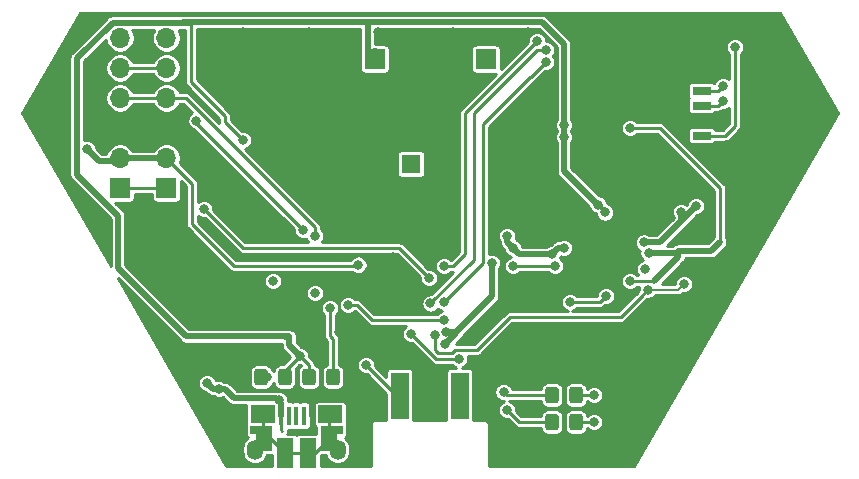
<source format=gtl>
G04 #@! TF.GenerationSoftware,KiCad,Pcbnew,(5.1.6)-1*
G04 #@! TF.CreationDate,2021-05-31T10:21:52+02:00*
G04 #@! TF.ProjectId,Power_module_v1,506f7765-725f-46d6-9f64-756c655f7631,rev?*
G04 #@! TF.SameCoordinates,Original*
G04 #@! TF.FileFunction,Copper,L1,Top*
G04 #@! TF.FilePolarity,Positive*
%FSLAX46Y46*%
G04 Gerber Fmt 4.6, Leading zero omitted, Abs format (unit mm)*
G04 Created by KiCad (PCBNEW (5.1.6)-1) date 2021-05-31 10:21:52*
%MOMM*%
%LPD*%
G01*
G04 APERTURE LIST*
G04 #@! TA.AperFunction,SMDPad,CuDef*
%ADD10R,1.600000X0.700000*%
G04 #@! TD*
G04 #@! TA.AperFunction,ComponentPad*
%ADD11R,1.700000X1.700000*%
G04 #@! TD*
G04 #@! TA.AperFunction,ComponentPad*
%ADD12O,1.700000X1.700000*%
G04 #@! TD*
G04 #@! TA.AperFunction,SMDPad,CuDef*
%ADD13R,1.430000X2.500000*%
G04 #@! TD*
G04 #@! TA.AperFunction,SMDPad,CuDef*
%ADD14R,2.000000X1.500000*%
G04 #@! TD*
G04 #@! TA.AperFunction,SMDPad,CuDef*
%ADD15R,1.350000X2.000000*%
G04 #@! TD*
G04 #@! TA.AperFunction,SMDPad,CuDef*
%ADD16R,0.400000X1.650000*%
G04 #@! TD*
G04 #@! TA.AperFunction,ComponentPad*
%ADD17O,1.350000X1.700000*%
G04 #@! TD*
G04 #@! TA.AperFunction,ComponentPad*
%ADD18O,1.100000X1.500000*%
G04 #@! TD*
G04 #@! TA.AperFunction,SMDPad,CuDef*
%ADD19R,1.825000X0.700000*%
G04 #@! TD*
G04 #@! TA.AperFunction,SMDPad,CuDef*
%ADD20R,1.700000X1.700000*%
G04 #@! TD*
G04 #@! TA.AperFunction,SMDPad,CuDef*
%ADD21O,1.700000X1.700000*%
G04 #@! TD*
G04 #@! TA.AperFunction,SMDPad,CuDef*
%ADD22R,1.524000X4.000000*%
G04 #@! TD*
G04 #@! TA.AperFunction,ComponentPad*
%ADD23R,1.600000X1.600000*%
G04 #@! TD*
G04 #@! TA.AperFunction,ComponentPad*
%ADD24C,1.600000*%
G04 #@! TD*
G04 #@! TA.AperFunction,ViaPad*
%ADD25C,0.800000*%
G04 #@! TD*
G04 #@! TA.AperFunction,ViaPad*
%ADD26C,0.400000*%
G04 #@! TD*
G04 #@! TA.AperFunction,Conductor*
%ADD27C,0.254000*%
G04 #@! TD*
G04 #@! TA.AperFunction,Conductor*
%ADD28C,0.250000*%
G04 #@! TD*
G04 #@! TA.AperFunction,Conductor*
%ADD29C,0.500000*%
G04 #@! TD*
G04 #@! TA.AperFunction,Conductor*
%ADD30C,0.200000*%
G04 #@! TD*
G04 #@! TA.AperFunction,Conductor*
%ADD31C,0.300000*%
G04 #@! TD*
G04 #@! TA.AperFunction,Conductor*
%ADD32C,1.000000*%
G04 #@! TD*
G04 APERTURE END LIST*
D10*
X145516000Y-76073000D03*
X145516000Y-77343000D03*
X145516000Y-78613000D03*
X145516000Y-79883000D03*
D11*
X127254000Y-73406000D03*
D12*
X124714000Y-73406000D03*
G04 #@! TA.AperFunction,SMDPad,CuDef*
G36*
G01*
X107620000Y-100780001D02*
X107620000Y-99879999D01*
G75*
G02*
X107869999Y-99630000I249999J0D01*
G01*
X108520001Y-99630000D01*
G75*
G02*
X108770000Y-99879999I0J-249999D01*
G01*
X108770000Y-100780001D01*
G75*
G02*
X108520001Y-101030000I-249999J0D01*
G01*
X107869999Y-101030000D01*
G75*
G02*
X107620000Y-100780001I0J249999D01*
G01*
G37*
G04 #@! TD.AperFunction*
G04 #@! TA.AperFunction,SMDPad,CuDef*
G36*
G01*
X109670000Y-100780001D02*
X109670000Y-99879999D01*
G75*
G02*
X109919999Y-99630000I249999J0D01*
G01*
X110570001Y-99630000D01*
G75*
G02*
X110820000Y-99879999I0J-249999D01*
G01*
X110820000Y-100780001D01*
G75*
G02*
X110570001Y-101030000I-249999J0D01*
G01*
X109919999Y-101030000D01*
G75*
G02*
X109670000Y-100780001I0J249999D01*
G01*
G37*
G04 #@! TD.AperFunction*
G04 #@! TA.AperFunction,SMDPad,CuDef*
G36*
G01*
X114884000Y-99879999D02*
X114884000Y-100780001D01*
G75*
G02*
X114634001Y-101030000I-249999J0D01*
G01*
X113983999Y-101030000D01*
G75*
G02*
X113734000Y-100780001I0J249999D01*
G01*
X113734000Y-99879999D01*
G75*
G02*
X113983999Y-99630000I249999J0D01*
G01*
X114634001Y-99630000D01*
G75*
G02*
X114884000Y-99879999I0J-249999D01*
G01*
G37*
G04 #@! TD.AperFunction*
G04 #@! TA.AperFunction,SMDPad,CuDef*
G36*
G01*
X112834000Y-99879999D02*
X112834000Y-100780001D01*
G75*
G02*
X112584001Y-101030000I-249999J0D01*
G01*
X111933999Y-101030000D01*
G75*
G02*
X111684000Y-100780001I0J249999D01*
G01*
X111684000Y-99879999D01*
G75*
G02*
X111933999Y-99630000I249999J0D01*
G01*
X112584001Y-99630000D01*
G75*
G02*
X112834000Y-99879999I0J-249999D01*
G01*
G37*
G04 #@! TD.AperFunction*
G04 #@! TA.AperFunction,SMDPad,CuDef*
G36*
G01*
X133408000Y-103689999D02*
X133408000Y-104590001D01*
G75*
G02*
X133158001Y-104840000I-249999J0D01*
G01*
X132507999Y-104840000D01*
G75*
G02*
X132258000Y-104590001I0J249999D01*
G01*
X132258000Y-103689999D01*
G75*
G02*
X132507999Y-103440000I249999J0D01*
G01*
X133158001Y-103440000D01*
G75*
G02*
X133408000Y-103689999I0J-249999D01*
G01*
G37*
G04 #@! TD.AperFunction*
G04 #@! TA.AperFunction,SMDPad,CuDef*
G36*
G01*
X135458000Y-103689999D02*
X135458000Y-104590001D01*
G75*
G02*
X135208001Y-104840000I-249999J0D01*
G01*
X134557999Y-104840000D01*
G75*
G02*
X134308000Y-104590001I0J249999D01*
G01*
X134308000Y-103689999D01*
G75*
G02*
X134557999Y-103440000I249999J0D01*
G01*
X135208001Y-103440000D01*
G75*
G02*
X135458000Y-103689999I0J-249999D01*
G01*
G37*
G04 #@! TD.AperFunction*
G04 #@! TA.AperFunction,SMDPad,CuDef*
G36*
G01*
X133408000Y-101403999D02*
X133408000Y-102304001D01*
G75*
G02*
X133158001Y-102554000I-249999J0D01*
G01*
X132507999Y-102554000D01*
G75*
G02*
X132258000Y-102304001I0J249999D01*
G01*
X132258000Y-101403999D01*
G75*
G02*
X132507999Y-101154000I249999J0D01*
G01*
X133158001Y-101154000D01*
G75*
G02*
X133408000Y-101403999I0J-249999D01*
G01*
G37*
G04 #@! TD.AperFunction*
G04 #@! TA.AperFunction,SMDPad,CuDef*
G36*
G01*
X135458000Y-101403999D02*
X135458000Y-102304001D01*
G75*
G02*
X135208001Y-102554000I-249999J0D01*
G01*
X134557999Y-102554000D01*
G75*
G02*
X134308000Y-102304001I0J249999D01*
G01*
X134308000Y-101403999D01*
G75*
G02*
X134557999Y-101154000I249999J0D01*
G01*
X135208001Y-101154000D01*
G75*
G02*
X135458000Y-101403999I0J-249999D01*
G01*
G37*
G04 #@! TD.AperFunction*
D13*
X110228900Y-106746740D03*
D14*
X108338900Y-103496740D03*
D15*
X113938900Y-105546740D03*
X108458900Y-105546740D03*
D16*
X111188900Y-103596740D03*
D17*
X114688900Y-106476740D03*
D18*
X108768900Y-103476740D03*
X113608900Y-103476740D03*
D16*
X112488900Y-103596740D03*
X111838900Y-103596740D03*
D19*
X114188900Y-104796740D03*
D16*
X109888900Y-103596740D03*
D14*
X114088900Y-103476740D03*
D19*
X108238900Y-104796740D03*
D16*
X110538900Y-103596740D03*
D17*
X107688900Y-106476740D03*
D13*
X112148900Y-106746740D03*
D12*
X120396000Y-73406000D03*
D11*
X117856000Y-73406000D03*
D20*
X96266000Y-84328000D03*
D21*
X96266000Y-81788000D03*
X96266000Y-79248000D03*
X96266000Y-76708000D03*
X96266000Y-74168000D03*
X96266000Y-71628000D03*
D12*
X100203000Y-71628000D03*
X100203000Y-74168000D03*
X100203000Y-76708000D03*
X100203000Y-79248000D03*
X100203000Y-81788000D03*
D11*
X100203000Y-84328000D03*
D22*
X125049280Y-101912420D03*
X122509280Y-101912420D03*
X119969280Y-101912420D03*
D23*
X120904000Y-82296000D03*
D24*
X120904000Y-79796000D03*
D25*
X130810000Y-78740000D03*
X129794000Y-80264000D03*
X112268000Y-71120000D03*
X153670000Y-74930000D03*
D26*
X106680000Y-96012000D03*
X106680000Y-94996000D03*
X136652000Y-88900000D03*
X138176000Y-88900000D03*
X136652000Y-89662000D03*
X136652000Y-90424000D03*
X138176000Y-89662000D03*
X138176000Y-90424000D03*
X137414000Y-88900000D03*
X137414000Y-89662000D03*
X137414000Y-90424000D03*
D25*
X141224000Y-87884000D03*
X132334000Y-88392000D03*
X132080000Y-86868000D03*
X132842000Y-87630000D03*
X133604000Y-88392000D03*
X140208000Y-87884000D03*
X141478000Y-86868000D03*
X103378000Y-91948000D03*
X106680000Y-93980000D03*
X102870000Y-81026000D03*
X114808000Y-96520000D03*
X103886000Y-90170000D03*
X89408000Y-77978000D03*
X155194000Y-78740000D03*
X141478000Y-101600000D03*
X138430000Y-106680000D03*
X128778000Y-106680000D03*
X95250000Y-88900000D03*
X129286000Y-78740000D03*
X148336000Y-90170000D03*
X150368000Y-86868000D03*
X113030000Y-78740000D03*
X143510000Y-71120000D03*
X137160000Y-71120000D03*
X130810000Y-71120000D03*
X124460000Y-71120000D03*
X118110000Y-71120000D03*
X106680000Y-71120000D03*
X90678000Y-81026000D03*
X93218000Y-70358000D03*
X90678000Y-75184000D03*
X111252000Y-101381000D03*
X147320000Y-78994000D03*
X119380000Y-90170000D03*
X123444000Y-80010000D03*
X123444000Y-78486000D03*
X127000000Y-99568000D03*
X127000000Y-101346000D03*
X127000000Y-102870000D03*
X118110000Y-101854000D03*
X118110000Y-103124000D03*
X98806000Y-95504000D03*
X98806000Y-91440000D03*
X134366000Y-106680000D03*
X109474000Y-74676000D03*
X103632000Y-74676000D03*
X116078000Y-74930000D03*
X122682000Y-74930000D03*
X152400000Y-83312000D03*
X139954000Y-104140000D03*
X105410000Y-105664000D03*
X103886000Y-102870000D03*
X101600000Y-99568000D03*
X151638000Y-70866000D03*
X112522000Y-85090000D03*
X112522000Y-81788000D03*
X99822000Y-86868000D03*
X119126000Y-88138000D03*
X124460000Y-79248000D03*
X104648000Y-101346000D03*
X144018000Y-92456000D03*
X140970000Y-92927000D03*
X103632000Y-100838000D03*
X109713718Y-102278217D03*
X122936000Y-96774000D03*
X133858000Y-78994000D03*
X133858000Y-80010000D03*
X106680000Y-80264000D03*
X137330343Y-86387491D03*
X136753600Y-85725000D03*
X111506000Y-98552000D03*
X143764000Y-86360000D03*
X145034000Y-85852000D03*
X140617923Y-88937000D03*
X93472000Y-81026000D03*
X116446067Y-90817933D03*
X127762000Y-90678000D03*
X123893256Y-96484754D03*
X123786001Y-97571000D03*
X139446000Y-92202000D03*
X139446000Y-79248000D03*
X141032228Y-89848685D03*
X140716000Y-91186000D03*
X109220000Y-92202000D03*
X108712000Y-100330000D03*
X129032000Y-103124000D03*
X136398000Y-104140000D03*
X128741000Y-101600000D03*
X136398000Y-101854000D03*
X117094000Y-99314000D03*
X124968000Y-98806000D03*
X120904000Y-96685010D03*
X103378000Y-86106000D03*
X122428000Y-91948000D03*
X112776000Y-88392000D03*
X111760000Y-87884000D03*
X102736933Y-78619067D03*
X123698000Y-95504000D03*
X115570000Y-94234000D03*
X133096000Y-90932000D03*
X129540000Y-90932000D03*
X129540000Y-89408000D03*
X133858000Y-89387000D03*
X129032000Y-88392000D03*
X132842000Y-89895000D03*
X137414000Y-93472000D03*
X134366000Y-93980000D03*
X112776000Y-93218000D03*
X114046001Y-94488000D03*
X147320000Y-75692000D03*
X132334000Y-73660000D03*
X123698000Y-93980000D03*
X147320000Y-76962000D03*
X123698000Y-90932000D03*
X131572000Y-71882000D03*
X148336000Y-72390000D03*
X132334000Y-72644000D03*
X122551477Y-94098389D03*
D27*
X100203000Y-79248000D02*
X96266000Y-79248000D01*
X105410000Y-93980000D02*
X103378000Y-91948000D01*
X106680000Y-93980000D02*
X105410000Y-93980000D01*
X100203000Y-79248000D02*
X101981000Y-81026000D01*
X101981000Y-81026000D02*
X102870000Y-81026000D01*
D28*
X103378000Y-90678000D02*
X103886000Y-90170000D01*
X103378000Y-91948000D02*
X103378000Y-90678000D01*
D29*
X112488900Y-102582900D02*
X112488900Y-102153098D01*
X112488900Y-103596740D02*
X112488900Y-102582900D01*
X112488900Y-102026132D02*
X112488900Y-102582900D01*
X114635868Y-102026132D02*
X112488900Y-102026132D01*
X116078000Y-100584000D02*
X114635868Y-102026132D01*
X111458162Y-101381000D02*
X111252000Y-101381000D01*
X112488900Y-102026132D02*
X112488901Y-102411739D01*
X112488901Y-102411739D02*
X111458162Y-101381000D01*
D27*
X145516000Y-78613000D02*
X146939000Y-78613000D01*
X146939000Y-78613000D02*
X147320000Y-78994000D01*
X121148860Y-98298000D02*
X116078000Y-98298000D01*
X122509280Y-99658420D02*
X121148860Y-98298000D01*
X122509280Y-101912420D02*
X122509280Y-99658420D01*
D29*
X116078000Y-98298000D02*
X116078000Y-100584000D01*
D27*
X119380000Y-90170000D02*
X118364000Y-90170000D01*
X116078000Y-97790000D02*
X116078000Y-98298000D01*
X114808000Y-96520000D02*
X116078000Y-97790000D01*
X114842999Y-96485001D02*
X114808000Y-96520000D01*
X114842999Y-93691001D02*
X114842999Y-96485001D01*
X118364000Y-90170000D02*
X114842999Y-93691001D01*
D30*
X140970000Y-92927000D02*
X143547000Y-92927000D01*
X143547000Y-92927000D02*
X144018000Y-92456000D01*
D29*
X104140000Y-101346000D02*
X105156000Y-101346000D01*
X103632000Y-100838000D02*
X104140000Y-101346000D01*
X105156000Y-101346000D02*
X104902000Y-101346000D01*
X109888900Y-103596740D02*
X109888900Y-102486738D01*
X109698901Y-102296739D02*
X109888900Y-102486738D01*
X109698901Y-102296739D02*
X109662739Y-102296739D01*
D27*
X109888900Y-103596740D02*
X109888900Y-104808900D01*
X109888900Y-104808900D02*
X109982000Y-104902000D01*
D29*
X109698901Y-102296739D02*
X109510162Y-102108000D01*
X105918000Y-102108000D02*
X105156000Y-101346000D01*
X109510162Y-102108000D02*
X105918000Y-102108000D01*
D27*
X109510162Y-102108000D02*
X109543501Y-102108000D01*
X109543501Y-102108000D02*
X109713718Y-102278217D01*
X122936000Y-97487760D02*
X122936000Y-96774000D01*
X122936000Y-97487760D02*
X122936000Y-98044000D01*
X122936000Y-98044000D02*
X122970999Y-98078999D01*
X140570001Y-93326999D02*
X140970000Y-92927000D01*
X140570001Y-93363999D02*
X140570001Y-93326999D01*
X138684000Y-95250000D02*
X140570001Y-93363999D01*
X129286000Y-95250000D02*
X138684000Y-95250000D01*
X126457001Y-98078999D02*
X129286000Y-95250000D01*
X123190000Y-98298000D02*
X124400038Y-98298000D01*
X122936000Y-98044000D02*
X123190000Y-98298000D01*
X124400038Y-98298000D02*
X124619039Y-98078999D01*
X124619039Y-98078999D02*
X126457001Y-98078999D01*
X106680000Y-80264000D02*
X105156000Y-78740000D01*
D29*
X133858000Y-78994000D02*
X133858000Y-82888000D01*
X133858000Y-82888000D02*
X136457600Y-85487600D01*
D27*
X137332434Y-86385400D02*
X137330343Y-86387491D01*
X137414000Y-86385400D02*
X137332434Y-86385400D01*
X136457600Y-85505200D02*
X136533800Y-85505200D01*
X136457600Y-85487600D02*
X136457600Y-85505200D01*
X136533800Y-85505200D02*
X136753600Y-85725000D01*
D31*
X136753600Y-85725000D02*
X137414000Y-86385400D01*
D29*
X133858000Y-76962000D02*
X133858000Y-76708000D01*
D27*
X112259000Y-99305000D02*
X111506000Y-98552000D01*
X112259000Y-100330000D02*
X112259000Y-99305000D01*
X110245000Y-99813000D02*
X111506000Y-98552000D01*
X110245000Y-100330000D02*
X110245000Y-99813000D01*
D29*
X110609990Y-97655990D02*
X111506000Y-98552000D01*
X110609990Y-96893990D02*
X110101990Y-96893990D01*
D27*
X110245000Y-97037000D02*
X110101990Y-96893990D01*
D29*
X110609990Y-96893990D02*
X110609990Y-97655990D01*
X92621999Y-83194001D02*
X92621999Y-73347999D01*
X96100001Y-91116003D02*
X96100001Y-86672003D01*
X96100001Y-86672003D02*
X92621999Y-83194001D01*
X101877988Y-96893990D02*
X96100001Y-91116003D01*
X92621999Y-73347999D02*
X95641999Y-70327999D01*
X110101990Y-96893990D02*
X101877988Y-96893990D01*
D32*
X117856000Y-73406000D02*
X117856000Y-73002002D01*
D29*
X133858000Y-76962000D02*
X133858000Y-77470000D01*
X133858000Y-77470000D02*
X133858000Y-80010000D01*
D27*
X105156000Y-78740000D02*
X105156000Y-78232000D01*
X102271997Y-75347997D02*
X102271997Y-70327999D01*
X105156000Y-78232000D02*
X102271997Y-75347997D01*
D29*
X101569999Y-70327999D02*
X101627999Y-70269999D01*
X101569999Y-70327999D02*
X102271997Y-70327999D01*
X131991999Y-70269999D02*
X133858000Y-72136000D01*
X95641999Y-70327999D02*
X101569999Y-70327999D01*
X133858000Y-76962000D02*
X133858000Y-72136000D01*
X117259999Y-70347997D02*
X117182001Y-70269999D01*
X117856000Y-73406000D02*
X117259999Y-72809999D01*
X117259999Y-72809999D02*
X117259999Y-70347997D01*
X101627999Y-70269999D02*
X117182001Y-70269999D01*
X117182001Y-70269999D02*
X131991999Y-70269999D01*
X143510000Y-87376000D02*
X145034000Y-85852000D01*
X143764000Y-87122000D02*
X141986000Y-88900000D01*
X143764000Y-86360000D02*
X143764000Y-87122000D01*
D28*
X141949000Y-88937000D02*
X141986000Y-88900000D01*
D29*
X140617923Y-88937000D02*
X141949000Y-88937000D01*
X93472000Y-81026000D02*
X94488000Y-82042000D01*
X96012000Y-82042000D02*
X96266000Y-81788000D01*
X94488000Y-82042000D02*
X96012000Y-82042000D01*
X96266000Y-81788000D02*
X100203000Y-81788000D01*
D27*
X116366999Y-90897001D02*
X116446067Y-90817933D01*
X100203000Y-81788000D02*
X102362000Y-83947000D01*
X102362000Y-83947000D02*
X102362000Y-87376000D01*
X105883001Y-90897001D02*
X109762999Y-90897001D01*
X102362000Y-87376000D02*
X105883001Y-90897001D01*
X109312001Y-90897001D02*
X109762999Y-90897001D01*
X109762999Y-90897001D02*
X116366999Y-90897001D01*
D29*
X127762000Y-93334752D02*
X127762000Y-92964000D01*
X127762000Y-92964000D02*
X127762000Y-90678000D01*
X124749246Y-96484754D02*
X123893256Y-96484754D01*
X127762000Y-92964000D02*
X127762000Y-93472000D01*
X127762000Y-93472000D02*
X124749246Y-96484754D01*
X124749246Y-96607755D02*
X123786001Y-97571000D01*
X124749246Y-96484754D02*
X124749246Y-96607755D01*
X143546999Y-89625001D02*
X146340999Y-89625001D01*
X141478000Y-92202000D02*
X143546999Y-90133001D01*
X143546999Y-90133001D02*
X143546999Y-89625001D01*
D28*
X139446000Y-92202000D02*
X141478000Y-92202000D01*
D29*
X146340999Y-89625001D02*
X147066000Y-88900000D01*
D28*
X143323315Y-89848685D02*
X143546999Y-89625001D01*
D29*
X141032228Y-89848685D02*
X143323315Y-89848685D01*
D27*
X147066000Y-88900000D02*
X147066000Y-84328000D01*
X141986000Y-79248000D02*
X139446000Y-79248000D01*
X147066000Y-84328000D02*
X141986000Y-79248000D01*
X108712000Y-100330000D02*
X108195000Y-100330000D01*
D28*
X130048000Y-104140000D02*
X132833000Y-104140000D01*
X129032000Y-103124000D02*
X130048000Y-104140000D01*
D27*
X136398000Y-104140000D02*
X134883000Y-104140000D01*
D28*
X128741000Y-101600000D02*
X128778000Y-101600000D01*
X129032000Y-101854000D02*
X132833000Y-101854000D01*
X128778000Y-101600000D02*
X129032000Y-101854000D01*
D27*
X134883000Y-101854000D02*
X136398000Y-101854000D01*
X119969280Y-101912420D02*
X119692420Y-101912420D01*
X119692420Y-101912420D02*
X117094000Y-99314000D01*
X123024990Y-98806000D02*
X123190000Y-98806000D01*
X120904000Y-96685010D02*
X123024990Y-98806000D01*
X123190000Y-98806000D02*
X124968000Y-98806000D01*
X108338900Y-104696740D02*
X108238900Y-104796740D01*
X108338900Y-103496740D02*
X108338900Y-104696740D01*
X108238900Y-105926740D02*
X107688900Y-106476740D01*
X108238900Y-104796740D02*
X108238900Y-105926740D01*
X109028900Y-105546740D02*
X110228900Y-106746740D01*
X108458900Y-105546740D02*
X109028900Y-105546740D01*
X110228900Y-106746740D02*
X112148900Y-106746740D01*
X112738900Y-106746740D02*
X113938900Y-105546740D01*
X112148900Y-106746740D02*
X112738900Y-106746740D01*
X113938900Y-103626740D02*
X114088900Y-103476740D01*
X113938900Y-105546740D02*
X113938900Y-103626740D01*
X113938900Y-105726740D02*
X114688900Y-106476740D01*
X113938900Y-105546740D02*
X113938900Y-105726740D01*
X114088900Y-103476740D02*
X113608900Y-103476740D01*
X108748900Y-103496740D02*
X108768900Y-103476740D01*
X108338900Y-103496740D02*
X108748900Y-103496740D01*
X107688900Y-106316740D02*
X108458900Y-105546740D01*
X107688900Y-106476740D02*
X107688900Y-106316740D01*
X100237999Y-84362999D02*
X100203000Y-84328000D01*
X100203000Y-84328000D02*
X96266000Y-84328000D01*
X114265001Y-89442999D02*
X114230002Y-89408000D01*
X114230002Y-89408000D02*
X106680000Y-89408000D01*
X106680000Y-89408000D02*
X103378000Y-86106000D01*
X119922999Y-89442999D02*
X119599001Y-89442999D01*
X122428000Y-91948000D02*
X119922999Y-89442999D01*
X119728961Y-89442999D02*
X119599001Y-89442999D01*
X119599001Y-89442999D02*
X114265001Y-89442999D01*
X100203000Y-76708000D02*
X96266000Y-76708000D01*
X112776000Y-88392000D02*
X112776000Y-87630000D01*
X101854000Y-76708000D02*
X100203000Y-76708000D01*
X112776000Y-87630000D02*
X101854000Y-76708000D01*
X100203000Y-74168000D02*
X96266000Y-74168000D01*
X111760000Y-87884000D02*
X102736933Y-78860933D01*
X102736933Y-78860933D02*
X102736933Y-78619067D01*
X117602000Y-95504000D02*
X123698000Y-95504000D01*
X117602000Y-95504000D02*
X116332000Y-94234000D01*
X116332000Y-94234000D02*
X115570000Y-94234000D01*
X133096000Y-90932000D02*
X129540000Y-90932000D01*
D29*
X132842000Y-89916000D02*
X130048000Y-89916000D01*
X130048000Y-89916000D02*
X129540000Y-89408000D01*
X133371000Y-89387000D02*
X132842000Y-89916000D01*
X133858000Y-89387000D02*
X133371000Y-89387000D01*
X129032000Y-88900000D02*
X129032000Y-88392000D01*
X129540000Y-89408000D02*
X129032000Y-88900000D01*
X129561000Y-89387000D02*
X129540000Y-89408000D01*
D28*
X136906000Y-93980000D02*
X137414000Y-93472000D01*
X134366000Y-93980000D02*
X136906000Y-93980000D01*
D27*
X114046001Y-96833963D02*
X114046001Y-94488000D01*
X114309000Y-97096962D02*
X114046001Y-96833963D01*
X114309000Y-97096962D02*
X114309000Y-100330000D01*
X146939000Y-76073000D02*
X145516000Y-76073000D01*
X147320000Y-75692000D02*
X146939000Y-76073000D01*
X127000000Y-78934038D02*
X131004038Y-74930000D01*
X127000000Y-90678000D02*
X127000000Y-78934038D01*
X131004038Y-74930000D02*
X131064000Y-74930000D01*
X131064000Y-74930000D02*
X132334000Y-73660000D01*
X123698000Y-93980000D02*
X127000000Y-90678000D01*
X145516000Y-77343000D02*
X146939000Y-77343000D01*
X146939000Y-77343000D02*
X147320000Y-76962000D01*
X124460000Y-90932000D02*
X123698000Y-90932000D01*
X125476000Y-89916000D02*
X124460000Y-90932000D01*
X131572000Y-71882000D02*
X125476000Y-77978000D01*
X125476000Y-77978000D02*
X125476000Y-89916000D01*
X147506962Y-79883000D02*
X145516000Y-79883000D01*
X148336000Y-79053962D02*
X147506962Y-79883000D01*
X148336000Y-72390000D02*
X148336000Y-79053962D01*
X131572000Y-72644000D02*
X132334000Y-72644000D01*
X126238000Y-77978000D02*
X131572000Y-72644000D01*
X122551477Y-94098389D02*
X126238000Y-90411866D01*
X126238000Y-90411866D02*
X126238000Y-77978000D01*
G36*
X157031326Y-77941566D02*
G01*
X139765597Y-107846500D01*
X127477120Y-107846500D01*
X127477120Y-104356621D01*
X127479084Y-104336680D01*
X127471245Y-104257090D01*
X127448030Y-104180559D01*
X127410330Y-104110027D01*
X127359594Y-104048206D01*
X127297773Y-103997470D01*
X127227241Y-103959770D01*
X127150710Y-103936555D01*
X127091061Y-103930680D01*
X127091060Y-103930680D01*
X127071120Y-103928716D01*
X127051179Y-103930680D01*
X126192325Y-103930680D01*
X126194123Y-103912420D01*
X126194123Y-101523078D01*
X127960000Y-101523078D01*
X127960000Y-101676922D01*
X127990013Y-101827809D01*
X128048887Y-101969942D01*
X128134358Y-102097859D01*
X128243141Y-102206642D01*
X128371058Y-102292113D01*
X128513191Y-102350987D01*
X128664078Y-102381000D01*
X128784909Y-102381000D01*
X128662058Y-102431887D01*
X128534141Y-102517358D01*
X128425358Y-102626141D01*
X128339887Y-102754058D01*
X128281013Y-102896191D01*
X128251000Y-103047078D01*
X128251000Y-103200922D01*
X128281013Y-103351809D01*
X128339887Y-103493942D01*
X128425358Y-103621859D01*
X128534141Y-103730642D01*
X128662058Y-103816113D01*
X128804191Y-103874987D01*
X128955078Y-103905000D01*
X129097409Y-103905000D01*
X129672628Y-104480220D01*
X129688473Y-104499527D01*
X129765521Y-104562759D01*
X129853425Y-104609745D01*
X129948807Y-104638678D01*
X130023146Y-104646000D01*
X130023154Y-104646000D01*
X130048000Y-104648447D01*
X130072846Y-104646000D01*
X131880672Y-104646000D01*
X131887317Y-104713462D01*
X131923329Y-104832179D01*
X131981810Y-104941589D01*
X132060512Y-105037488D01*
X132156411Y-105116190D01*
X132265821Y-105174671D01*
X132384538Y-105210683D01*
X132507999Y-105222843D01*
X133158001Y-105222843D01*
X133281462Y-105210683D01*
X133400179Y-105174671D01*
X133509589Y-105116190D01*
X133605488Y-105037488D01*
X133684190Y-104941589D01*
X133742671Y-104832179D01*
X133778683Y-104713462D01*
X133790843Y-104590001D01*
X133790843Y-103689999D01*
X133925157Y-103689999D01*
X133925157Y-104590001D01*
X133937317Y-104713462D01*
X133973329Y-104832179D01*
X134031810Y-104941589D01*
X134110512Y-105037488D01*
X134206411Y-105116190D01*
X134315821Y-105174671D01*
X134434538Y-105210683D01*
X134557999Y-105222843D01*
X135208001Y-105222843D01*
X135331462Y-105210683D01*
X135450179Y-105174671D01*
X135559589Y-105116190D01*
X135655488Y-105037488D01*
X135734190Y-104941589D01*
X135792671Y-104832179D01*
X135828683Y-104713462D01*
X135832115Y-104678616D01*
X135900141Y-104746642D01*
X136028058Y-104832113D01*
X136170191Y-104890987D01*
X136321078Y-104921000D01*
X136474922Y-104921000D01*
X136625809Y-104890987D01*
X136767942Y-104832113D01*
X136895859Y-104746642D01*
X137004642Y-104637859D01*
X137090113Y-104509942D01*
X137148987Y-104367809D01*
X137179000Y-104216922D01*
X137179000Y-104063078D01*
X137148987Y-103912191D01*
X137090113Y-103770058D01*
X137004642Y-103642141D01*
X136895859Y-103533358D01*
X136767942Y-103447887D01*
X136625809Y-103389013D01*
X136474922Y-103359000D01*
X136321078Y-103359000D01*
X136170191Y-103389013D01*
X136028058Y-103447887D01*
X135900141Y-103533358D01*
X135832115Y-103601384D01*
X135828683Y-103566538D01*
X135792671Y-103447821D01*
X135734190Y-103338411D01*
X135655488Y-103242512D01*
X135559589Y-103163810D01*
X135450179Y-103105329D01*
X135331462Y-103069317D01*
X135208001Y-103057157D01*
X134557999Y-103057157D01*
X134434538Y-103069317D01*
X134315821Y-103105329D01*
X134206411Y-103163810D01*
X134110512Y-103242512D01*
X134031810Y-103338411D01*
X133973329Y-103447821D01*
X133937317Y-103566538D01*
X133925157Y-103689999D01*
X133790843Y-103689999D01*
X133778683Y-103566538D01*
X133742671Y-103447821D01*
X133684190Y-103338411D01*
X133605488Y-103242512D01*
X133509589Y-103163810D01*
X133400179Y-103105329D01*
X133281462Y-103069317D01*
X133158001Y-103057157D01*
X132507999Y-103057157D01*
X132384538Y-103069317D01*
X132265821Y-103105329D01*
X132156411Y-103163810D01*
X132060512Y-103242512D01*
X131981810Y-103338411D01*
X131923329Y-103447821D01*
X131887317Y-103566538D01*
X131880672Y-103634000D01*
X130257592Y-103634000D01*
X129813000Y-103189409D01*
X129813000Y-103047078D01*
X129782987Y-102896191D01*
X129724113Y-102754058D01*
X129638642Y-102626141D01*
X129529859Y-102517358D01*
X129401942Y-102431887D01*
X129259809Y-102373013D01*
X129194388Y-102360000D01*
X131880672Y-102360000D01*
X131887317Y-102427462D01*
X131923329Y-102546179D01*
X131981810Y-102655589D01*
X132060512Y-102751488D01*
X132156411Y-102830190D01*
X132265821Y-102888671D01*
X132384538Y-102924683D01*
X132507999Y-102936843D01*
X133158001Y-102936843D01*
X133281462Y-102924683D01*
X133400179Y-102888671D01*
X133509589Y-102830190D01*
X133605488Y-102751488D01*
X133684190Y-102655589D01*
X133742671Y-102546179D01*
X133778683Y-102427462D01*
X133790843Y-102304001D01*
X133790843Y-101403999D01*
X133925157Y-101403999D01*
X133925157Y-102304001D01*
X133937317Y-102427462D01*
X133973329Y-102546179D01*
X134031810Y-102655589D01*
X134110512Y-102751488D01*
X134206411Y-102830190D01*
X134315821Y-102888671D01*
X134434538Y-102924683D01*
X134557999Y-102936843D01*
X135208001Y-102936843D01*
X135331462Y-102924683D01*
X135450179Y-102888671D01*
X135559589Y-102830190D01*
X135655488Y-102751488D01*
X135734190Y-102655589D01*
X135792671Y-102546179D01*
X135828683Y-102427462D01*
X135832115Y-102392616D01*
X135900141Y-102460642D01*
X136028058Y-102546113D01*
X136170191Y-102604987D01*
X136321078Y-102635000D01*
X136474922Y-102635000D01*
X136625809Y-102604987D01*
X136767942Y-102546113D01*
X136895859Y-102460642D01*
X137004642Y-102351859D01*
X137090113Y-102223942D01*
X137148987Y-102081809D01*
X137179000Y-101930922D01*
X137179000Y-101777078D01*
X137148987Y-101626191D01*
X137090113Y-101484058D01*
X137004642Y-101356141D01*
X136895859Y-101247358D01*
X136767942Y-101161887D01*
X136625809Y-101103013D01*
X136474922Y-101073000D01*
X136321078Y-101073000D01*
X136170191Y-101103013D01*
X136028058Y-101161887D01*
X135900141Y-101247358D01*
X135832115Y-101315384D01*
X135828683Y-101280538D01*
X135792671Y-101161821D01*
X135734190Y-101052411D01*
X135655488Y-100956512D01*
X135559589Y-100877810D01*
X135450179Y-100819329D01*
X135331462Y-100783317D01*
X135208001Y-100771157D01*
X134557999Y-100771157D01*
X134434538Y-100783317D01*
X134315821Y-100819329D01*
X134206411Y-100877810D01*
X134110512Y-100956512D01*
X134031810Y-101052411D01*
X133973329Y-101161821D01*
X133937317Y-101280538D01*
X133925157Y-101403999D01*
X133790843Y-101403999D01*
X133778683Y-101280538D01*
X133742671Y-101161821D01*
X133684190Y-101052411D01*
X133605488Y-100956512D01*
X133509589Y-100877810D01*
X133400179Y-100819329D01*
X133281462Y-100783317D01*
X133158001Y-100771157D01*
X132507999Y-100771157D01*
X132384538Y-100783317D01*
X132265821Y-100819329D01*
X132156411Y-100877810D01*
X132060512Y-100956512D01*
X131981810Y-101052411D01*
X131923329Y-101161821D01*
X131887317Y-101280538D01*
X131880672Y-101348000D01*
X129481967Y-101348000D01*
X129433113Y-101230058D01*
X129347642Y-101102141D01*
X129238859Y-100993358D01*
X129110942Y-100907887D01*
X128968809Y-100849013D01*
X128817922Y-100819000D01*
X128664078Y-100819000D01*
X128513191Y-100849013D01*
X128371058Y-100907887D01*
X128243141Y-100993358D01*
X128134358Y-101102141D01*
X128048887Y-101230058D01*
X127990013Y-101372191D01*
X127960000Y-101523078D01*
X126194123Y-101523078D01*
X126194123Y-99912420D01*
X126186767Y-99837731D01*
X126164981Y-99765912D01*
X126129602Y-99699724D01*
X126081991Y-99641709D01*
X126023976Y-99594098D01*
X125957788Y-99558719D01*
X125885969Y-99536933D01*
X125811280Y-99529577D01*
X125261982Y-99529577D01*
X125337942Y-99498113D01*
X125465859Y-99412642D01*
X125574642Y-99303859D01*
X125660113Y-99175942D01*
X125718987Y-99033809D01*
X125749000Y-98882922D01*
X125749000Y-98729078D01*
X125720739Y-98586999D01*
X126432057Y-98586999D01*
X126457001Y-98589456D01*
X126481945Y-98586999D01*
X126481948Y-98586999D01*
X126556586Y-98579648D01*
X126652344Y-98550600D01*
X126740596Y-98503428D01*
X126817949Y-98439947D01*
X126833856Y-98420564D01*
X129496420Y-95758000D01*
X138659056Y-95758000D01*
X138684000Y-95760457D01*
X138708944Y-95758000D01*
X138708947Y-95758000D01*
X138783585Y-95750649D01*
X138879343Y-95721601D01*
X138967595Y-95674429D01*
X139044948Y-95610948D01*
X139060855Y-95591565D01*
X140911572Y-93740849D01*
X140930949Y-93724947D01*
X140944857Y-93708000D01*
X141046922Y-93708000D01*
X141197809Y-93677987D01*
X141339942Y-93619113D01*
X141467859Y-93533642D01*
X141576642Y-93424859D01*
X141587907Y-93408000D01*
X143523374Y-93408000D01*
X143547000Y-93410327D01*
X143570626Y-93408000D01*
X143641292Y-93401040D01*
X143731961Y-93373536D01*
X143815522Y-93328872D01*
X143888764Y-93268764D01*
X143903830Y-93250406D01*
X143921192Y-93233044D01*
X143941078Y-93237000D01*
X144094922Y-93237000D01*
X144245809Y-93206987D01*
X144387942Y-93148113D01*
X144515859Y-93062642D01*
X144624642Y-92953859D01*
X144710113Y-92825942D01*
X144768987Y-92683809D01*
X144799000Y-92532922D01*
X144799000Y-92379078D01*
X144768987Y-92228191D01*
X144710113Y-92086058D01*
X144624642Y-91958141D01*
X144515859Y-91849358D01*
X144387942Y-91763887D01*
X144245809Y-91705013D01*
X144094922Y-91675000D01*
X143941078Y-91675000D01*
X143790191Y-91705013D01*
X143648058Y-91763887D01*
X143520141Y-91849358D01*
X143411358Y-91958141D01*
X143325887Y-92086058D01*
X143267013Y-92228191D01*
X143237000Y-92379078D01*
X143237000Y-92446000D01*
X142126368Y-92446000D01*
X143971263Y-90601105D01*
X143995342Y-90581344D01*
X144074195Y-90485262D01*
X144132788Y-90375643D01*
X144168869Y-90256699D01*
X144168938Y-90256001D01*
X146310009Y-90256001D01*
X146340999Y-90259053D01*
X146371989Y-90256001D01*
X146371997Y-90256001D01*
X146464697Y-90246871D01*
X146583641Y-90210790D01*
X146693260Y-90152197D01*
X146789342Y-90073344D01*
X146809104Y-90049264D01*
X147534103Y-89324266D01*
X147593196Y-89252261D01*
X147651789Y-89142642D01*
X147687869Y-89023698D01*
X147700052Y-88900001D01*
X147687869Y-88776303D01*
X147651789Y-88657359D01*
X147593196Y-88547740D01*
X147574000Y-88524350D01*
X147574000Y-84352944D01*
X147576457Y-84328000D01*
X147574000Y-84303053D01*
X147566649Y-84228415D01*
X147537601Y-84132657D01*
X147515643Y-84091576D01*
X147490429Y-84044404D01*
X147467354Y-84016288D01*
X147426948Y-83967052D01*
X147407565Y-83951145D01*
X142362855Y-78906435D01*
X142346948Y-78887052D01*
X142269595Y-78823571D01*
X142181343Y-78776399D01*
X142085585Y-78747351D01*
X142010947Y-78740000D01*
X142010944Y-78740000D01*
X141986000Y-78737543D01*
X141961056Y-78740000D01*
X140042501Y-78740000D01*
X139943859Y-78641358D01*
X139815942Y-78555887D01*
X139673809Y-78497013D01*
X139522922Y-78467000D01*
X139369078Y-78467000D01*
X139218191Y-78497013D01*
X139076058Y-78555887D01*
X138948141Y-78641358D01*
X138839358Y-78750141D01*
X138753887Y-78878058D01*
X138695013Y-79020191D01*
X138665000Y-79171078D01*
X138665000Y-79324922D01*
X138695013Y-79475809D01*
X138753887Y-79617942D01*
X138839358Y-79745859D01*
X138948141Y-79854642D01*
X139076058Y-79940113D01*
X139218191Y-79998987D01*
X139369078Y-80029000D01*
X139522922Y-80029000D01*
X139673809Y-79998987D01*
X139815942Y-79940113D01*
X139943859Y-79854642D01*
X140042501Y-79756000D01*
X141775580Y-79756000D01*
X146558001Y-84538421D01*
X146558000Y-88515631D01*
X146079631Y-88994001D01*
X143577997Y-88994001D01*
X143546999Y-88990948D01*
X143516001Y-88994001D01*
X143423301Y-89003131D01*
X143304357Y-89039212D01*
X143194738Y-89097805D01*
X143098656Y-89176658D01*
X143064986Y-89217685D01*
X142560683Y-89217685D01*
X144188268Y-87590101D01*
X144212343Y-87570343D01*
X144232105Y-87546263D01*
X145153921Y-86624447D01*
X145261809Y-86602987D01*
X145403942Y-86544113D01*
X145531859Y-86458642D01*
X145640642Y-86349859D01*
X145726113Y-86221942D01*
X145784987Y-86079809D01*
X145815000Y-85928922D01*
X145815000Y-85775078D01*
X145784987Y-85624191D01*
X145726113Y-85482058D01*
X145640642Y-85354141D01*
X145531859Y-85245358D01*
X145403942Y-85159887D01*
X145261809Y-85101013D01*
X145110922Y-85071000D01*
X144957078Y-85071000D01*
X144806191Y-85101013D01*
X144664058Y-85159887D01*
X144536141Y-85245358D01*
X144427358Y-85354141D01*
X144341887Y-85482058D01*
X144283013Y-85624191D01*
X144261553Y-85732079D01*
X144248920Y-85744712D01*
X144133942Y-85667887D01*
X143991809Y-85609013D01*
X143840922Y-85579000D01*
X143687078Y-85579000D01*
X143536191Y-85609013D01*
X143394058Y-85667887D01*
X143266141Y-85753358D01*
X143157358Y-85862141D01*
X143071887Y-85990058D01*
X143013013Y-86132191D01*
X142983000Y-86283078D01*
X142983000Y-86436922D01*
X143013013Y-86587809D01*
X143071887Y-86729942D01*
X143133000Y-86821405D01*
X143133000Y-86860631D01*
X141687632Y-88306000D01*
X141079328Y-88306000D01*
X140987865Y-88244887D01*
X140845732Y-88186013D01*
X140694845Y-88156000D01*
X140541001Y-88156000D01*
X140390114Y-88186013D01*
X140247981Y-88244887D01*
X140120064Y-88330358D01*
X140011281Y-88439141D01*
X139925810Y-88567058D01*
X139866936Y-88709191D01*
X139836923Y-88860078D01*
X139836923Y-89013922D01*
X139866936Y-89164809D01*
X139925810Y-89306942D01*
X140011281Y-89434859D01*
X140120064Y-89543642D01*
X140247981Y-89629113D01*
X140277196Y-89641214D01*
X140251228Y-89771763D01*
X140251228Y-89925607D01*
X140281241Y-90076494D01*
X140340115Y-90218627D01*
X140425586Y-90346544D01*
X140509764Y-90430722D01*
X140488191Y-90435013D01*
X140346058Y-90493887D01*
X140218141Y-90579358D01*
X140109358Y-90688141D01*
X140023887Y-90816058D01*
X139965013Y-90958191D01*
X139935000Y-91109078D01*
X139935000Y-91262922D01*
X139965013Y-91413809D01*
X140023887Y-91555942D01*
X140109358Y-91683859D01*
X140121499Y-91696000D01*
X140044501Y-91696000D01*
X139943859Y-91595358D01*
X139815942Y-91509887D01*
X139673809Y-91451013D01*
X139522922Y-91421000D01*
X139369078Y-91421000D01*
X139218191Y-91451013D01*
X139076058Y-91509887D01*
X138948141Y-91595358D01*
X138839358Y-91704141D01*
X138753887Y-91832058D01*
X138695013Y-91974191D01*
X138665000Y-92125078D01*
X138665000Y-92278922D01*
X138695013Y-92429809D01*
X138753887Y-92571942D01*
X138839358Y-92699859D01*
X138948141Y-92808642D01*
X139076058Y-92894113D01*
X139218191Y-92952987D01*
X139369078Y-92983000D01*
X139522922Y-92983000D01*
X139673809Y-92952987D01*
X139815942Y-92894113D01*
X139943859Y-92808642D01*
X140044501Y-92708000D01*
X140217261Y-92708000D01*
X140189000Y-92850078D01*
X140189000Y-92990486D01*
X140145572Y-93043404D01*
X140115024Y-93100555D01*
X138473580Y-94742000D01*
X134538442Y-94742000D01*
X134593809Y-94730987D01*
X134735942Y-94672113D01*
X134863859Y-94586642D01*
X134964501Y-94486000D01*
X136881154Y-94486000D01*
X136906000Y-94488447D01*
X136930846Y-94486000D01*
X136930854Y-94486000D01*
X137005193Y-94478678D01*
X137100575Y-94449745D01*
X137188479Y-94402759D01*
X137265527Y-94339527D01*
X137281376Y-94320215D01*
X137348591Y-94253000D01*
X137490922Y-94253000D01*
X137641809Y-94222987D01*
X137783942Y-94164113D01*
X137911859Y-94078642D01*
X138020642Y-93969859D01*
X138106113Y-93841942D01*
X138164987Y-93699809D01*
X138195000Y-93548922D01*
X138195000Y-93395078D01*
X138164987Y-93244191D01*
X138106113Y-93102058D01*
X138020642Y-92974141D01*
X137911859Y-92865358D01*
X137783942Y-92779887D01*
X137641809Y-92721013D01*
X137490922Y-92691000D01*
X137337078Y-92691000D01*
X137186191Y-92721013D01*
X137044058Y-92779887D01*
X136916141Y-92865358D01*
X136807358Y-92974141D01*
X136721887Y-93102058D01*
X136663013Y-93244191D01*
X136633000Y-93395078D01*
X136633000Y-93474000D01*
X134964501Y-93474000D01*
X134863859Y-93373358D01*
X134735942Y-93287887D01*
X134593809Y-93229013D01*
X134442922Y-93199000D01*
X134289078Y-93199000D01*
X134138191Y-93229013D01*
X133996058Y-93287887D01*
X133868141Y-93373358D01*
X133759358Y-93482141D01*
X133673887Y-93610058D01*
X133615013Y-93752191D01*
X133585000Y-93903078D01*
X133585000Y-94056922D01*
X133615013Y-94207809D01*
X133673887Y-94349942D01*
X133759358Y-94477859D01*
X133868141Y-94586642D01*
X133996058Y-94672113D01*
X134138191Y-94730987D01*
X134193558Y-94742000D01*
X129310944Y-94742000D01*
X129286000Y-94739543D01*
X129261056Y-94742000D01*
X129261053Y-94742000D01*
X129186415Y-94749351D01*
X129090657Y-94778399D01*
X129002405Y-94825571D01*
X128925052Y-94889052D01*
X128909145Y-94908435D01*
X126246581Y-97570999D01*
X124678370Y-97570999D01*
X125173514Y-97075856D01*
X125197589Y-97056098D01*
X125217346Y-97032024D01*
X125217349Y-97032021D01*
X125276442Y-96960016D01*
X125335035Y-96850397D01*
X125353356Y-96790000D01*
X125360753Y-96765615D01*
X128186268Y-93940101D01*
X128210343Y-93920343D01*
X128242338Y-93881358D01*
X128289196Y-93824261D01*
X128347789Y-93714642D01*
X128383870Y-93595698D01*
X128396053Y-93472000D01*
X128393000Y-93441002D01*
X128393000Y-91139405D01*
X128454113Y-91047942D01*
X128512987Y-90905809D01*
X128543000Y-90754922D01*
X128543000Y-90601078D01*
X128512987Y-90450191D01*
X128454113Y-90308058D01*
X128368642Y-90180141D01*
X128259859Y-90071358D01*
X128131942Y-89985887D01*
X127989809Y-89927013D01*
X127838922Y-89897000D01*
X127685078Y-89897000D01*
X127534191Y-89927013D01*
X127508000Y-89937862D01*
X127508000Y-88315078D01*
X128251000Y-88315078D01*
X128251000Y-88468922D01*
X128281013Y-88619809D01*
X128339887Y-88761942D01*
X128401000Y-88853405D01*
X128401000Y-88869010D01*
X128397948Y-88900000D01*
X128401000Y-88930990D01*
X128401000Y-88930997D01*
X128410130Y-89023697D01*
X128446211Y-89142641D01*
X128504804Y-89252260D01*
X128583657Y-89348343D01*
X128607737Y-89368105D01*
X128767553Y-89527921D01*
X128789013Y-89635809D01*
X128847887Y-89777942D01*
X128933358Y-89905859D01*
X129042141Y-90014642D01*
X129170058Y-90100113D01*
X129312191Y-90158987D01*
X129367558Y-90170000D01*
X129312191Y-90181013D01*
X129170058Y-90239887D01*
X129042141Y-90325358D01*
X128933358Y-90434141D01*
X128847887Y-90562058D01*
X128789013Y-90704191D01*
X128759000Y-90855078D01*
X128759000Y-91008922D01*
X128789013Y-91159809D01*
X128847887Y-91301942D01*
X128933358Y-91429859D01*
X129042141Y-91538642D01*
X129170058Y-91624113D01*
X129312191Y-91682987D01*
X129463078Y-91713000D01*
X129616922Y-91713000D01*
X129767809Y-91682987D01*
X129909942Y-91624113D01*
X130037859Y-91538642D01*
X130136501Y-91440000D01*
X132499499Y-91440000D01*
X132598141Y-91538642D01*
X132726058Y-91624113D01*
X132868191Y-91682987D01*
X133019078Y-91713000D01*
X133172922Y-91713000D01*
X133323809Y-91682987D01*
X133465942Y-91624113D01*
X133593859Y-91538642D01*
X133702642Y-91429859D01*
X133788113Y-91301942D01*
X133846987Y-91159809D01*
X133877000Y-91008922D01*
X133877000Y-90855078D01*
X133846987Y-90704191D01*
X133788113Y-90562058D01*
X133702642Y-90434141D01*
X133593859Y-90325358D01*
X133524645Y-90279111D01*
X133534113Y-90264942D01*
X133592987Y-90122809D01*
X133593030Y-90122594D01*
X133630191Y-90137987D01*
X133781078Y-90168000D01*
X133934922Y-90168000D01*
X134085809Y-90137987D01*
X134227942Y-90079113D01*
X134355859Y-89993642D01*
X134464642Y-89884859D01*
X134550113Y-89756942D01*
X134608987Y-89614809D01*
X134639000Y-89463922D01*
X134639000Y-89310078D01*
X134608987Y-89159191D01*
X134550113Y-89017058D01*
X134464642Y-88889141D01*
X134355859Y-88780358D01*
X134227942Y-88694887D01*
X134085809Y-88636013D01*
X133934922Y-88606000D01*
X133781078Y-88606000D01*
X133630191Y-88636013D01*
X133488058Y-88694887D01*
X133397288Y-88755537D01*
X133371000Y-88752948D01*
X133340009Y-88756000D01*
X133340002Y-88756000D01*
X133247302Y-88765130D01*
X133128358Y-88801211D01*
X133018739Y-88859804D01*
X132957404Y-88910141D01*
X132922657Y-88938657D01*
X132902899Y-88962732D01*
X132748293Y-89117339D01*
X132614191Y-89144013D01*
X132472058Y-89202887D01*
X132349167Y-89285000D01*
X130311835Y-89285000D01*
X130290987Y-89180191D01*
X130232113Y-89038058D01*
X130146642Y-88910141D01*
X130037859Y-88801358D01*
X129909942Y-88715887D01*
X129767809Y-88657013D01*
X129767594Y-88656970D01*
X129782987Y-88619809D01*
X129813000Y-88468922D01*
X129813000Y-88315078D01*
X129782987Y-88164191D01*
X129724113Y-88022058D01*
X129638642Y-87894141D01*
X129529859Y-87785358D01*
X129401942Y-87699887D01*
X129259809Y-87641013D01*
X129108922Y-87611000D01*
X128955078Y-87611000D01*
X128804191Y-87641013D01*
X128662058Y-87699887D01*
X128534141Y-87785358D01*
X128425358Y-87894141D01*
X128339887Y-88022058D01*
X128281013Y-88164191D01*
X128251000Y-88315078D01*
X127508000Y-88315078D01*
X127508000Y-79144458D01*
X131247162Y-75405296D01*
X131259343Y-75401601D01*
X131347595Y-75354429D01*
X131424948Y-75290948D01*
X131440855Y-75271565D01*
X132271421Y-74441000D01*
X132410922Y-74441000D01*
X132561809Y-74410987D01*
X132703942Y-74352113D01*
X132831859Y-74266642D01*
X132940642Y-74157859D01*
X133026113Y-74029942D01*
X133084987Y-73887809D01*
X133115000Y-73736922D01*
X133115000Y-73583078D01*
X133084987Y-73432191D01*
X133026113Y-73290058D01*
X132940642Y-73162141D01*
X132930501Y-73152000D01*
X132940642Y-73141859D01*
X133026113Y-73013942D01*
X133084987Y-72871809D01*
X133115000Y-72720922D01*
X133115000Y-72567078D01*
X133084987Y-72416191D01*
X133026113Y-72274058D01*
X132940642Y-72146141D01*
X132831859Y-72037358D01*
X132703942Y-71951887D01*
X132561809Y-71893013D01*
X132410922Y-71863000D01*
X132353000Y-71863000D01*
X132353000Y-71805078D01*
X132322987Y-71654191D01*
X132264113Y-71512058D01*
X132178642Y-71384141D01*
X132069859Y-71275358D01*
X131941942Y-71189887D01*
X131799809Y-71131013D01*
X131648922Y-71101000D01*
X131495078Y-71101000D01*
X131344191Y-71131013D01*
X131202058Y-71189887D01*
X131074141Y-71275358D01*
X130965358Y-71384141D01*
X130879887Y-71512058D01*
X130821013Y-71654191D01*
X130791000Y-71805078D01*
X130791000Y-71944580D01*
X128486843Y-74248737D01*
X128486843Y-72556000D01*
X128479487Y-72481311D01*
X128457701Y-72409492D01*
X128422322Y-72343304D01*
X128374711Y-72285289D01*
X128316696Y-72237678D01*
X128250508Y-72202299D01*
X128178689Y-72180513D01*
X128104000Y-72173157D01*
X126404000Y-72173157D01*
X126329311Y-72180513D01*
X126257492Y-72202299D01*
X126191304Y-72237678D01*
X126133289Y-72285289D01*
X126085678Y-72343304D01*
X126050299Y-72409492D01*
X126028513Y-72481311D01*
X126021157Y-72556000D01*
X126021157Y-74256000D01*
X126028513Y-74330689D01*
X126050299Y-74402508D01*
X126085678Y-74468696D01*
X126133289Y-74526711D01*
X126191304Y-74574322D01*
X126257492Y-74609701D01*
X126329311Y-74631487D01*
X126404000Y-74638843D01*
X128096737Y-74638843D01*
X125134435Y-77601145D01*
X125115052Y-77617052D01*
X125051571Y-77694405D01*
X125004399Y-77782658D01*
X124975351Y-77878416D01*
X124971419Y-77918343D01*
X124965543Y-77978000D01*
X124968000Y-78002944D01*
X124968001Y-89705578D01*
X124272040Y-90401539D01*
X124195859Y-90325358D01*
X124067942Y-90239887D01*
X123925809Y-90181013D01*
X123774922Y-90151000D01*
X123621078Y-90151000D01*
X123470191Y-90181013D01*
X123328058Y-90239887D01*
X123200141Y-90325358D01*
X123091358Y-90434141D01*
X123005887Y-90562058D01*
X122947013Y-90704191D01*
X122917000Y-90855078D01*
X122917000Y-91008922D01*
X122947013Y-91159809D01*
X123005887Y-91301942D01*
X123091358Y-91429859D01*
X123200141Y-91538642D01*
X123328058Y-91624113D01*
X123470191Y-91682987D01*
X123621078Y-91713000D01*
X123774922Y-91713000D01*
X123925809Y-91682987D01*
X124067942Y-91624113D01*
X124195859Y-91538642D01*
X124294501Y-91440000D01*
X124435056Y-91440000D01*
X124460000Y-91442457D01*
X124484944Y-91440000D01*
X124484947Y-91440000D01*
X124492156Y-91439290D01*
X122614057Y-93317389D01*
X122474555Y-93317389D01*
X122323668Y-93347402D01*
X122181535Y-93406276D01*
X122053618Y-93491747D01*
X121944835Y-93600530D01*
X121859364Y-93728447D01*
X121800490Y-93870580D01*
X121770477Y-94021467D01*
X121770477Y-94175311D01*
X121800490Y-94326198D01*
X121859364Y-94468331D01*
X121944835Y-94596248D01*
X122053618Y-94705031D01*
X122181535Y-94790502D01*
X122323668Y-94849376D01*
X122474555Y-94879389D01*
X122628399Y-94879389D01*
X122779286Y-94849376D01*
X122921419Y-94790502D01*
X123049336Y-94705031D01*
X123158119Y-94596248D01*
X123178798Y-94565299D01*
X123200141Y-94586642D01*
X123328058Y-94672113D01*
X123470191Y-94730987D01*
X123525558Y-94742000D01*
X123470191Y-94753013D01*
X123328058Y-94811887D01*
X123200141Y-94897358D01*
X123101499Y-94996000D01*
X117812421Y-94996000D01*
X116708855Y-93892435D01*
X116692948Y-93873052D01*
X116615595Y-93809571D01*
X116527343Y-93762399D01*
X116431585Y-93733351D01*
X116356947Y-93726000D01*
X116356944Y-93726000D01*
X116332000Y-93723543D01*
X116307056Y-93726000D01*
X116166501Y-93726000D01*
X116067859Y-93627358D01*
X115939942Y-93541887D01*
X115797809Y-93483013D01*
X115646922Y-93453000D01*
X115493078Y-93453000D01*
X115342191Y-93483013D01*
X115200058Y-93541887D01*
X115072141Y-93627358D01*
X114963358Y-93736141D01*
X114877887Y-93864058D01*
X114819013Y-94006191D01*
X114789000Y-94157078D01*
X114789000Y-94240906D01*
X114738114Y-94118058D01*
X114652643Y-93990141D01*
X114543860Y-93881358D01*
X114415943Y-93795887D01*
X114273810Y-93737013D01*
X114122923Y-93707000D01*
X113969079Y-93707000D01*
X113818192Y-93737013D01*
X113676059Y-93795887D01*
X113548142Y-93881358D01*
X113439359Y-93990141D01*
X113353888Y-94118058D01*
X113295014Y-94260191D01*
X113265001Y-94411078D01*
X113265001Y-94564922D01*
X113295014Y-94715809D01*
X113353888Y-94857942D01*
X113439359Y-94985859D01*
X113538002Y-95084502D01*
X113538001Y-96809019D01*
X113535544Y-96833963D01*
X113538001Y-96858907D01*
X113538001Y-96858909D01*
X113545352Y-96933547D01*
X113574400Y-97029305D01*
X113621572Y-97117558D01*
X113685053Y-97194911D01*
X113704437Y-97210818D01*
X113801000Y-97307382D01*
X113801001Y-99277377D01*
X113741821Y-99295329D01*
X113632411Y-99353810D01*
X113536512Y-99432512D01*
X113457810Y-99528411D01*
X113399329Y-99637821D01*
X113363317Y-99756538D01*
X113351157Y-99879999D01*
X113351157Y-100780001D01*
X113363317Y-100903462D01*
X113399329Y-101022179D01*
X113457810Y-101131589D01*
X113536512Y-101227488D01*
X113632411Y-101306190D01*
X113741821Y-101364671D01*
X113860538Y-101400683D01*
X113983999Y-101412843D01*
X114634001Y-101412843D01*
X114757462Y-101400683D01*
X114876179Y-101364671D01*
X114985589Y-101306190D01*
X115081488Y-101227488D01*
X115160190Y-101131589D01*
X115218671Y-101022179D01*
X115254683Y-100903462D01*
X115266843Y-100780001D01*
X115266843Y-99879999D01*
X115254683Y-99756538D01*
X115218671Y-99637821D01*
X115160190Y-99528411D01*
X115081488Y-99432512D01*
X114985589Y-99353810D01*
X114876179Y-99295329D01*
X114817000Y-99277377D01*
X114817000Y-97121906D01*
X114819457Y-97096962D01*
X114816821Y-97070201D01*
X114809649Y-96997377D01*
X114780601Y-96901619D01*
X114733429Y-96813367D01*
X114669948Y-96736014D01*
X114650560Y-96720103D01*
X114554001Y-96623544D01*
X114554001Y-95084501D01*
X114652643Y-94985859D01*
X114738114Y-94857942D01*
X114796988Y-94715809D01*
X114827001Y-94564922D01*
X114827001Y-94481094D01*
X114877887Y-94603942D01*
X114963358Y-94731859D01*
X115072141Y-94840642D01*
X115200058Y-94926113D01*
X115342191Y-94984987D01*
X115493078Y-95015000D01*
X115646922Y-95015000D01*
X115797809Y-94984987D01*
X115939942Y-94926113D01*
X116067859Y-94840642D01*
X116144040Y-94764461D01*
X117225150Y-95845571D01*
X117241052Y-95864948D01*
X117260429Y-95880850D01*
X117318404Y-95928429D01*
X117372901Y-95957558D01*
X117406657Y-95975601D01*
X117502415Y-96004649D01*
X117577053Y-96012000D01*
X117577055Y-96012000D01*
X117601999Y-96014457D01*
X117626943Y-96012000D01*
X120505468Y-96012000D01*
X120406141Y-96078368D01*
X120297358Y-96187151D01*
X120211887Y-96315068D01*
X120153013Y-96457201D01*
X120123000Y-96608088D01*
X120123000Y-96761932D01*
X120153013Y-96912819D01*
X120211887Y-97054952D01*
X120297358Y-97182869D01*
X120406141Y-97291652D01*
X120534058Y-97377123D01*
X120676191Y-97435997D01*
X120827078Y-97466010D01*
X120966580Y-97466010D01*
X122648135Y-99147565D01*
X122664042Y-99166948D01*
X122741395Y-99230429D01*
X122829647Y-99277601D01*
X122925405Y-99306649D01*
X123000043Y-99314000D01*
X123000046Y-99314000D01*
X123024990Y-99316457D01*
X123049934Y-99314000D01*
X124371499Y-99314000D01*
X124470141Y-99412642D01*
X124598058Y-99498113D01*
X124674018Y-99529577D01*
X124287280Y-99529577D01*
X124212591Y-99536933D01*
X124140772Y-99558719D01*
X124074584Y-99594098D01*
X124016569Y-99641709D01*
X123968958Y-99699724D01*
X123933579Y-99765912D01*
X123911793Y-99837731D01*
X123904437Y-99912420D01*
X123904437Y-103912420D01*
X123906235Y-103930680D01*
X121112325Y-103930680D01*
X121114123Y-103912420D01*
X121114123Y-99912420D01*
X121106767Y-99837731D01*
X121084981Y-99765912D01*
X121049602Y-99699724D01*
X121001991Y-99641709D01*
X120943976Y-99594098D01*
X120877788Y-99558719D01*
X120805969Y-99536933D01*
X120731280Y-99529577D01*
X119207280Y-99529577D01*
X119132591Y-99536933D01*
X119060772Y-99558719D01*
X118994584Y-99594098D01*
X118936569Y-99641709D01*
X118888958Y-99699724D01*
X118853579Y-99765912D01*
X118831793Y-99837731D01*
X118824437Y-99912420D01*
X118824437Y-100326017D01*
X117875000Y-99376580D01*
X117875000Y-99237078D01*
X117844987Y-99086191D01*
X117786113Y-98944058D01*
X117700642Y-98816141D01*
X117591859Y-98707358D01*
X117463942Y-98621887D01*
X117321809Y-98563013D01*
X117170922Y-98533000D01*
X117017078Y-98533000D01*
X116866191Y-98563013D01*
X116724058Y-98621887D01*
X116596141Y-98707358D01*
X116487358Y-98816141D01*
X116401887Y-98944058D01*
X116343013Y-99086191D01*
X116313000Y-99237078D01*
X116313000Y-99390922D01*
X116343013Y-99541809D01*
X116401887Y-99683942D01*
X116487358Y-99811859D01*
X116596141Y-99920642D01*
X116724058Y-100006113D01*
X116866191Y-100064987D01*
X117017078Y-100095000D01*
X117156580Y-100095000D01*
X118824437Y-101762857D01*
X118824437Y-103912420D01*
X118826235Y-103930680D01*
X117947061Y-103930680D01*
X117927120Y-103928716D01*
X117907180Y-103930680D01*
X117907179Y-103930680D01*
X117847530Y-103936555D01*
X117770999Y-103959770D01*
X117700467Y-103997470D01*
X117638646Y-104048206D01*
X117587910Y-104110027D01*
X117550210Y-104180559D01*
X117526995Y-104257090D01*
X117519156Y-104336680D01*
X117521121Y-104356631D01*
X117521120Y-107846500D01*
X113246743Y-107846500D01*
X113246743Y-106957317D01*
X113274477Y-106929583D01*
X113669666Y-106929583D01*
X113708563Y-107057809D01*
X113806620Y-107241261D01*
X113938584Y-107402057D01*
X114099380Y-107534020D01*
X114282832Y-107632077D01*
X114481889Y-107692460D01*
X114688900Y-107712849D01*
X114895912Y-107692460D01*
X115094969Y-107632077D01*
X115278421Y-107534020D01*
X115439217Y-107402057D01*
X115571180Y-107241261D01*
X115669237Y-107057808D01*
X115729620Y-106858751D01*
X115744900Y-106703611D01*
X115744900Y-106249868D01*
X115729620Y-106094728D01*
X115669237Y-105895671D01*
X115571180Y-105712219D01*
X115439217Y-105551423D01*
X115324041Y-105456900D01*
X115372111Y-105417451D01*
X115419722Y-105359436D01*
X115455101Y-105293248D01*
X115476887Y-105221429D01*
X115484243Y-105146740D01*
X115484243Y-104446740D01*
X115476887Y-104372051D01*
X115459926Y-104316136D01*
X115464387Y-104301429D01*
X115471743Y-104226740D01*
X115471743Y-102726740D01*
X115464387Y-102652051D01*
X115442601Y-102580232D01*
X115407222Y-102514044D01*
X115359611Y-102456029D01*
X115301596Y-102408418D01*
X115235408Y-102373039D01*
X115163589Y-102351253D01*
X115088900Y-102343897D01*
X113635918Y-102343897D01*
X113608900Y-102341236D01*
X113581882Y-102343897D01*
X113088900Y-102343897D01*
X113014211Y-102351253D01*
X112942392Y-102373039D01*
X112876204Y-102408418D01*
X112818189Y-102456029D01*
X112770578Y-102514044D01*
X112735199Y-102580232D01*
X112713413Y-102652051D01*
X112706057Y-102726740D01*
X112706057Y-103045820D01*
X112691371Y-103094233D01*
X112677900Y-103231010D01*
X112677900Y-103722471D01*
X112691371Y-103859248D01*
X112706057Y-103907661D01*
X112706057Y-104226740D01*
X112713413Y-104301429D01*
X112735199Y-104373248D01*
X112770578Y-104439436D01*
X112818189Y-104497451D01*
X112876204Y-104545062D01*
X112881057Y-104547656D01*
X112881057Y-105115587D01*
X112863900Y-105113897D01*
X111433900Y-105113897D01*
X111359211Y-105121253D01*
X111287392Y-105143039D01*
X111221204Y-105178418D01*
X111188900Y-105204929D01*
X111156596Y-105178418D01*
X111090408Y-105143039D01*
X111018589Y-105121253D01*
X110943900Y-105113897D01*
X110444752Y-105113897D01*
X110453600Y-105097343D01*
X110482648Y-105001584D01*
X110492457Y-104901999D01*
X110482861Y-104804583D01*
X110738900Y-104804583D01*
X110813589Y-104797227D01*
X110863900Y-104781965D01*
X110914211Y-104797227D01*
X110988900Y-104804583D01*
X111388900Y-104804583D01*
X111463589Y-104797227D01*
X111513900Y-104781965D01*
X111564211Y-104797227D01*
X111638900Y-104804583D01*
X112038900Y-104804583D01*
X112113589Y-104797227D01*
X112185408Y-104775441D01*
X112251596Y-104740062D01*
X112309611Y-104692451D01*
X112357222Y-104634436D01*
X112392601Y-104568248D01*
X112414387Y-104496429D01*
X112421743Y-104421740D01*
X112421743Y-102771740D01*
X112414387Y-102697051D01*
X112392601Y-102625232D01*
X112357222Y-102559044D01*
X112309611Y-102501029D01*
X112251596Y-102453418D01*
X112185408Y-102418039D01*
X112113589Y-102396253D01*
X112038900Y-102388897D01*
X111638900Y-102388897D01*
X111564211Y-102396253D01*
X111513900Y-102411515D01*
X111463589Y-102396253D01*
X111388900Y-102388897D01*
X110988900Y-102388897D01*
X110914211Y-102396253D01*
X110863900Y-102411515D01*
X110813589Y-102396253D01*
X110738900Y-102388897D01*
X110513317Y-102388897D01*
X110510770Y-102363040D01*
X110494718Y-102310123D01*
X110494718Y-102201295D01*
X110464705Y-102050408D01*
X110405831Y-101908275D01*
X110320360Y-101780358D01*
X110211577Y-101671575D01*
X110083660Y-101586104D01*
X109941527Y-101527230D01*
X109790640Y-101497217D01*
X109670409Y-101497217D01*
X109633860Y-101486130D01*
X109541160Y-101477000D01*
X109541152Y-101477000D01*
X109510162Y-101473948D01*
X109479172Y-101477000D01*
X106179369Y-101477000D01*
X105624105Y-100921737D01*
X105604343Y-100897657D01*
X105508261Y-100818804D01*
X105398642Y-100760211D01*
X105279698Y-100724130D01*
X105186998Y-100715000D01*
X105186990Y-100715000D01*
X105156000Y-100711948D01*
X105125010Y-100715000D01*
X105109405Y-100715000D01*
X105017942Y-100653887D01*
X104875809Y-100595013D01*
X104724922Y-100565000D01*
X104571078Y-100565000D01*
X104420191Y-100595013D01*
X104383030Y-100610406D01*
X104382987Y-100610191D01*
X104324113Y-100468058D01*
X104238642Y-100340141D01*
X104129859Y-100231358D01*
X104001942Y-100145887D01*
X103859809Y-100087013D01*
X103708922Y-100057000D01*
X103555078Y-100057000D01*
X103404191Y-100087013D01*
X103262058Y-100145887D01*
X103134141Y-100231358D01*
X103025358Y-100340141D01*
X102939887Y-100468058D01*
X102881013Y-100610191D01*
X102851000Y-100761078D01*
X102851000Y-100914922D01*
X102881013Y-101065809D01*
X102939887Y-101207942D01*
X103025358Y-101335859D01*
X103134141Y-101444642D01*
X103262058Y-101530113D01*
X103404191Y-101588987D01*
X103512079Y-101610447D01*
X103671895Y-101770263D01*
X103691657Y-101794343D01*
X103787739Y-101873196D01*
X103897358Y-101931789D01*
X104016302Y-101967870D01*
X104109002Y-101977000D01*
X104109011Y-101977000D01*
X104139999Y-101980052D01*
X104170987Y-101977000D01*
X104186595Y-101977000D01*
X104278058Y-102038113D01*
X104420191Y-102096987D01*
X104571078Y-102127000D01*
X104724922Y-102127000D01*
X104875809Y-102096987D01*
X104973962Y-102056330D01*
X105449899Y-102532268D01*
X105469657Y-102556343D01*
X105493732Y-102576101D01*
X105493734Y-102576103D01*
X105565500Y-102635000D01*
X105565739Y-102635196D01*
X105675358Y-102693789D01*
X105794302Y-102729870D01*
X105887002Y-102739000D01*
X105887009Y-102739000D01*
X105918000Y-102742052D01*
X105948990Y-102739000D01*
X106956819Y-102739000D01*
X106956057Y-102746740D01*
X106956057Y-104246740D01*
X106963413Y-104321429D01*
X106964841Y-104326136D01*
X106950913Y-104372051D01*
X106943557Y-104446740D01*
X106943557Y-105146740D01*
X106950913Y-105221429D01*
X106972699Y-105293248D01*
X107008078Y-105359436D01*
X107055689Y-105417451D01*
X107078758Y-105436383D01*
X106938583Y-105551423D01*
X106806620Y-105712219D01*
X106708563Y-105895672D01*
X106648180Y-106094729D01*
X106632900Y-106249869D01*
X106632900Y-106703612D01*
X106648180Y-106858752D01*
X106708563Y-107057809D01*
X106806620Y-107241261D01*
X106938584Y-107402057D01*
X107099380Y-107534020D01*
X107282832Y-107632077D01*
X107481889Y-107692460D01*
X107688900Y-107712849D01*
X107895912Y-107692460D01*
X108094969Y-107632077D01*
X108278421Y-107534020D01*
X108439217Y-107402057D01*
X108571180Y-107241261D01*
X108669237Y-107057808D01*
X108708133Y-106929583D01*
X109131057Y-106929583D01*
X109131057Y-107846500D01*
X105234403Y-107846500D01*
X96076807Y-91985177D01*
X101409887Y-97318258D01*
X101429645Y-97342333D01*
X101453720Y-97362091D01*
X101453722Y-97362093D01*
X101525727Y-97421186D01*
X101635346Y-97479779D01*
X101754290Y-97515860D01*
X101877988Y-97528043D01*
X101908986Y-97524990D01*
X109978990Y-97524990D01*
X109978990Y-97625000D01*
X109975938Y-97655990D01*
X109978990Y-97686980D01*
X109978990Y-97686988D01*
X109988120Y-97779688D01*
X109994589Y-97801013D01*
X110024201Y-97898631D01*
X110082794Y-98008250D01*
X110141887Y-98080255D01*
X110141890Y-98080258D01*
X110161648Y-98104333D01*
X110185723Y-98124091D01*
X110700606Y-98638974D01*
X110092423Y-99247157D01*
X109919999Y-99247157D01*
X109796538Y-99259317D01*
X109677821Y-99295329D01*
X109568411Y-99353810D01*
X109472512Y-99432512D01*
X109393810Y-99528411D01*
X109335329Y-99637821D01*
X109299317Y-99756538D01*
X109294271Y-99807770D01*
X109209859Y-99723358D01*
X109110474Y-99656951D01*
X109104671Y-99637821D01*
X109046190Y-99528411D01*
X108967488Y-99432512D01*
X108871589Y-99353810D01*
X108762179Y-99295329D01*
X108643462Y-99259317D01*
X108520001Y-99247157D01*
X107869999Y-99247157D01*
X107746538Y-99259317D01*
X107627821Y-99295329D01*
X107518411Y-99353810D01*
X107422512Y-99432512D01*
X107343810Y-99528411D01*
X107285329Y-99637821D01*
X107249317Y-99756538D01*
X107237157Y-99879999D01*
X107237157Y-100780001D01*
X107249317Y-100903462D01*
X107285329Y-101022179D01*
X107343810Y-101131589D01*
X107422512Y-101227488D01*
X107518411Y-101306190D01*
X107627821Y-101364671D01*
X107746538Y-101400683D01*
X107869999Y-101412843D01*
X108520001Y-101412843D01*
X108643462Y-101400683D01*
X108762179Y-101364671D01*
X108871589Y-101306190D01*
X108967488Y-101227488D01*
X109046190Y-101131589D01*
X109104671Y-101022179D01*
X109110474Y-101003049D01*
X109209859Y-100936642D01*
X109294271Y-100852230D01*
X109299317Y-100903462D01*
X109335329Y-101022179D01*
X109393810Y-101131589D01*
X109472512Y-101227488D01*
X109568411Y-101306190D01*
X109677821Y-101364671D01*
X109796538Y-101400683D01*
X109919999Y-101412843D01*
X110570001Y-101412843D01*
X110693462Y-101400683D01*
X110812179Y-101364671D01*
X110921589Y-101306190D01*
X111017488Y-101227488D01*
X111096190Y-101131589D01*
X111154671Y-101022179D01*
X111190683Y-100903462D01*
X111202843Y-100780001D01*
X111202843Y-99879999D01*
X111190683Y-99756538D01*
X111154671Y-99637821D01*
X111149073Y-99627348D01*
X111443421Y-99333000D01*
X111568580Y-99333000D01*
X111586959Y-99351379D01*
X111582411Y-99353810D01*
X111486512Y-99432512D01*
X111407810Y-99528411D01*
X111349329Y-99637821D01*
X111313317Y-99756538D01*
X111301157Y-99879999D01*
X111301157Y-100780001D01*
X111313317Y-100903462D01*
X111349329Y-101022179D01*
X111407810Y-101131589D01*
X111486512Y-101227488D01*
X111582411Y-101306190D01*
X111691821Y-101364671D01*
X111810538Y-101400683D01*
X111933999Y-101412843D01*
X112584001Y-101412843D01*
X112707462Y-101400683D01*
X112826179Y-101364671D01*
X112935589Y-101306190D01*
X113031488Y-101227488D01*
X113110190Y-101131589D01*
X113168671Y-101022179D01*
X113204683Y-100903462D01*
X113216843Y-100780001D01*
X113216843Y-99879999D01*
X113204683Y-99756538D01*
X113168671Y-99637821D01*
X113110190Y-99528411D01*
X113031488Y-99432512D01*
X112935589Y-99353810D01*
X112826179Y-99295329D01*
X112766728Y-99277295D01*
X112759649Y-99205415D01*
X112730601Y-99109657D01*
X112683429Y-99021405D01*
X112619948Y-98944052D01*
X112600565Y-98928145D01*
X112287000Y-98614580D01*
X112287000Y-98475078D01*
X112256987Y-98324191D01*
X112198113Y-98182058D01*
X112112642Y-98054141D01*
X112003859Y-97945358D01*
X111875942Y-97859887D01*
X111733809Y-97801013D01*
X111625921Y-97779553D01*
X111240990Y-97394622D01*
X111240990Y-96924988D01*
X111244043Y-96893990D01*
X111231860Y-96770292D01*
X111195779Y-96651348D01*
X111137186Y-96541729D01*
X111058333Y-96445647D01*
X110962251Y-96366794D01*
X110852632Y-96308201D01*
X110733688Y-96272120D01*
X110640988Y-96262990D01*
X110609990Y-96259937D01*
X110578992Y-96262990D01*
X102139357Y-96262990D01*
X99017445Y-93141078D01*
X111995000Y-93141078D01*
X111995000Y-93294922D01*
X112025013Y-93445809D01*
X112083887Y-93587942D01*
X112169358Y-93715859D01*
X112278141Y-93824642D01*
X112406058Y-93910113D01*
X112548191Y-93968987D01*
X112699078Y-93999000D01*
X112852922Y-93999000D01*
X113003809Y-93968987D01*
X113145942Y-93910113D01*
X113273859Y-93824642D01*
X113382642Y-93715859D01*
X113468113Y-93587942D01*
X113526987Y-93445809D01*
X113557000Y-93294922D01*
X113557000Y-93141078D01*
X113526987Y-92990191D01*
X113468113Y-92848058D01*
X113382642Y-92720141D01*
X113273859Y-92611358D01*
X113145942Y-92525887D01*
X113003809Y-92467013D01*
X112852922Y-92437000D01*
X112699078Y-92437000D01*
X112548191Y-92467013D01*
X112406058Y-92525887D01*
X112278141Y-92611358D01*
X112169358Y-92720141D01*
X112083887Y-92848058D01*
X112025013Y-92990191D01*
X111995000Y-93141078D01*
X99017445Y-93141078D01*
X98001445Y-92125078D01*
X108439000Y-92125078D01*
X108439000Y-92278922D01*
X108469013Y-92429809D01*
X108527887Y-92571942D01*
X108613358Y-92699859D01*
X108722141Y-92808642D01*
X108850058Y-92894113D01*
X108992191Y-92952987D01*
X109143078Y-92983000D01*
X109296922Y-92983000D01*
X109447809Y-92952987D01*
X109589942Y-92894113D01*
X109717859Y-92808642D01*
X109826642Y-92699859D01*
X109912113Y-92571942D01*
X109970987Y-92429809D01*
X110001000Y-92278922D01*
X110001000Y-92125078D01*
X109970987Y-91974191D01*
X109912113Y-91832058D01*
X109826642Y-91704141D01*
X109717859Y-91595358D01*
X109589942Y-91509887D01*
X109447809Y-91451013D01*
X109296922Y-91421000D01*
X109143078Y-91421000D01*
X108992191Y-91451013D01*
X108850058Y-91509887D01*
X108722141Y-91595358D01*
X108613358Y-91704141D01*
X108527887Y-91832058D01*
X108469013Y-91974191D01*
X108439000Y-92125078D01*
X98001445Y-92125078D01*
X96731001Y-90854635D01*
X96731001Y-86703001D01*
X96734054Y-86672003D01*
X96721871Y-86548305D01*
X96685790Y-86429361D01*
X96627197Y-86319742D01*
X96568104Y-86247737D01*
X96568102Y-86247735D01*
X96548344Y-86223660D01*
X96524269Y-86203902D01*
X95881210Y-85560843D01*
X97116000Y-85560843D01*
X97190689Y-85553487D01*
X97262508Y-85531701D01*
X97328696Y-85496322D01*
X97386711Y-85448711D01*
X97434322Y-85390696D01*
X97469701Y-85324508D01*
X97491487Y-85252689D01*
X97498843Y-85178000D01*
X97498843Y-84836000D01*
X98970157Y-84836000D01*
X98970157Y-85178000D01*
X98977513Y-85252689D01*
X98999299Y-85324508D01*
X99034678Y-85390696D01*
X99082289Y-85448711D01*
X99140304Y-85496322D01*
X99206492Y-85531701D01*
X99278311Y-85553487D01*
X99353000Y-85560843D01*
X101053000Y-85560843D01*
X101127689Y-85553487D01*
X101199508Y-85531701D01*
X101265696Y-85496322D01*
X101323711Y-85448711D01*
X101371322Y-85390696D01*
X101406701Y-85324508D01*
X101428487Y-85252689D01*
X101435843Y-85178000D01*
X101435843Y-83739264D01*
X101854000Y-84157421D01*
X101854001Y-87351046D01*
X101851543Y-87376000D01*
X101857321Y-87434656D01*
X101861352Y-87475585D01*
X101873023Y-87514058D01*
X101890400Y-87571343D01*
X101937571Y-87659595D01*
X101961421Y-87688656D01*
X102001053Y-87736948D01*
X102020430Y-87752850D01*
X105506151Y-91238572D01*
X105522053Y-91257949D01*
X105541430Y-91273851D01*
X105599405Y-91321430D01*
X105636688Y-91341358D01*
X105687658Y-91368602D01*
X105783416Y-91397650D01*
X105858054Y-91405001D01*
X105858056Y-91405001D01*
X105883000Y-91407458D01*
X105907944Y-91405001D01*
X115928634Y-91405001D01*
X115948208Y-91424575D01*
X116076125Y-91510046D01*
X116218258Y-91568920D01*
X116369145Y-91598933D01*
X116522989Y-91598933D01*
X116673876Y-91568920D01*
X116816009Y-91510046D01*
X116943926Y-91424575D01*
X117052709Y-91315792D01*
X117138180Y-91187875D01*
X117197054Y-91045742D01*
X117227067Y-90894855D01*
X117227067Y-90741011D01*
X117197054Y-90590124D01*
X117138180Y-90447991D01*
X117052709Y-90320074D01*
X116943926Y-90211291D01*
X116816009Y-90125820D01*
X116673876Y-90066946D01*
X116522989Y-90036933D01*
X116369145Y-90036933D01*
X116218258Y-90066946D01*
X116076125Y-90125820D01*
X115948208Y-90211291D01*
X115839425Y-90320074D01*
X115793370Y-90389001D01*
X106093422Y-90389001D01*
X102870000Y-87165580D01*
X102870000Y-86702501D01*
X102880141Y-86712642D01*
X103008058Y-86798113D01*
X103150191Y-86856987D01*
X103301078Y-86887000D01*
X103440580Y-86887000D01*
X106303149Y-89749570D01*
X106319052Y-89768948D01*
X106338429Y-89784850D01*
X106396404Y-89832429D01*
X106461883Y-89867428D01*
X106484657Y-89879601D01*
X106580415Y-89908649D01*
X106655053Y-89916000D01*
X106655055Y-89916000D01*
X106679999Y-89918457D01*
X106704943Y-89916000D01*
X114074273Y-89916000D01*
X114165416Y-89943648D01*
X114240054Y-89950999D01*
X114240056Y-89950999D01*
X114265000Y-89953456D01*
X114289944Y-89950999D01*
X119712579Y-89950999D01*
X121647000Y-91885421D01*
X121647000Y-92024922D01*
X121677013Y-92175809D01*
X121735887Y-92317942D01*
X121821358Y-92445859D01*
X121930141Y-92554642D01*
X122058058Y-92640113D01*
X122200191Y-92698987D01*
X122351078Y-92729000D01*
X122504922Y-92729000D01*
X122655809Y-92698987D01*
X122797942Y-92640113D01*
X122925859Y-92554642D01*
X123034642Y-92445859D01*
X123120113Y-92317942D01*
X123178987Y-92175809D01*
X123209000Y-92024922D01*
X123209000Y-91871078D01*
X123178987Y-91720191D01*
X123120113Y-91578058D01*
X123034642Y-91450141D01*
X122925859Y-91341358D01*
X122797942Y-91255887D01*
X122655809Y-91197013D01*
X122504922Y-91167000D01*
X122365421Y-91167000D01*
X120299854Y-89101434D01*
X120283947Y-89082051D01*
X120206594Y-89018570D01*
X120118342Y-88971398D01*
X120022584Y-88942350D01*
X119947946Y-88934999D01*
X119947943Y-88934999D01*
X119922999Y-88932542D01*
X119898055Y-88934999D01*
X114420730Y-88934999D01*
X114329587Y-88907351D01*
X114254949Y-88900000D01*
X114254946Y-88900000D01*
X114230002Y-88897543D01*
X114205058Y-88900000D01*
X113372501Y-88900000D01*
X113382642Y-88889859D01*
X113468113Y-88761942D01*
X113526987Y-88619809D01*
X113557000Y-88468922D01*
X113557000Y-88315078D01*
X113526987Y-88164191D01*
X113468113Y-88022058D01*
X113382642Y-87894141D01*
X113284000Y-87795499D01*
X113284000Y-87654944D01*
X113286457Y-87630000D01*
X113283542Y-87600405D01*
X113276649Y-87530415D01*
X113247601Y-87434657D01*
X113200429Y-87346405D01*
X113136948Y-87269052D01*
X113117565Y-87253145D01*
X107360420Y-81496000D01*
X119721157Y-81496000D01*
X119721157Y-83096000D01*
X119728513Y-83170689D01*
X119750299Y-83242508D01*
X119785678Y-83308696D01*
X119833289Y-83366711D01*
X119891304Y-83414322D01*
X119957492Y-83449701D01*
X120029311Y-83471487D01*
X120104000Y-83478843D01*
X121704000Y-83478843D01*
X121778689Y-83471487D01*
X121850508Y-83449701D01*
X121916696Y-83414322D01*
X121974711Y-83366711D01*
X122022322Y-83308696D01*
X122057701Y-83242508D01*
X122079487Y-83170689D01*
X122086843Y-83096000D01*
X122086843Y-81496000D01*
X122079487Y-81421311D01*
X122057701Y-81349492D01*
X122022322Y-81283304D01*
X121974711Y-81225289D01*
X121916696Y-81177678D01*
X121850508Y-81142299D01*
X121778689Y-81120513D01*
X121704000Y-81113157D01*
X120104000Y-81113157D01*
X120029311Y-81120513D01*
X119957492Y-81142299D01*
X119891304Y-81177678D01*
X119833289Y-81225289D01*
X119785678Y-81283304D01*
X119750299Y-81349492D01*
X119728513Y-81421311D01*
X119721157Y-81496000D01*
X107360420Y-81496000D01*
X106884119Y-81019699D01*
X106907809Y-81014987D01*
X107049942Y-80956113D01*
X107177859Y-80870642D01*
X107286642Y-80761859D01*
X107372113Y-80633942D01*
X107430987Y-80491809D01*
X107461000Y-80340922D01*
X107461000Y-80187078D01*
X107430987Y-80036191D01*
X107372113Y-79894058D01*
X107286642Y-79766141D01*
X107177859Y-79657358D01*
X107049942Y-79571887D01*
X106907809Y-79513013D01*
X106756922Y-79483000D01*
X106617421Y-79483000D01*
X105664000Y-78529580D01*
X105664000Y-78256943D01*
X105666457Y-78231999D01*
X105662367Y-78190475D01*
X105656649Y-78132415D01*
X105627601Y-78036657D01*
X105591222Y-77968597D01*
X105580429Y-77948404D01*
X105532850Y-77890429D01*
X105516948Y-77871052D01*
X105497571Y-77855150D01*
X102779997Y-75137577D01*
X102779997Y-70900999D01*
X116629000Y-70900999D01*
X116628999Y-72496682D01*
X116623157Y-72556000D01*
X116623157Y-74256000D01*
X116630513Y-74330689D01*
X116652299Y-74402508D01*
X116687678Y-74468696D01*
X116735289Y-74526711D01*
X116793304Y-74574322D01*
X116859492Y-74609701D01*
X116931311Y-74631487D01*
X117006000Y-74638843D01*
X118706000Y-74638843D01*
X118780689Y-74631487D01*
X118852508Y-74609701D01*
X118918696Y-74574322D01*
X118976711Y-74526711D01*
X119024322Y-74468696D01*
X119059701Y-74402508D01*
X119081487Y-74330689D01*
X119088843Y-74256000D01*
X119088843Y-72556000D01*
X119081487Y-72481311D01*
X119059701Y-72409492D01*
X119024322Y-72343304D01*
X118976711Y-72285289D01*
X118918696Y-72237678D01*
X118852508Y-72202299D01*
X118780689Y-72180513D01*
X118706000Y-72173157D01*
X118158612Y-72173157D01*
X118028706Y-72133750D01*
X117890999Y-72120187D01*
X117890999Y-70900999D01*
X131730631Y-70900999D01*
X133227001Y-72397370D01*
X133227000Y-76931002D01*
X133227000Y-78532595D01*
X133165887Y-78624058D01*
X133107013Y-78766191D01*
X133077000Y-78917078D01*
X133077000Y-79070922D01*
X133107013Y-79221809D01*
X133165887Y-79363942D01*
X133227000Y-79455405D01*
X133227000Y-79548595D01*
X133165887Y-79640058D01*
X133107013Y-79782191D01*
X133077000Y-79933078D01*
X133077000Y-80086922D01*
X133107013Y-80237809D01*
X133165887Y-80379942D01*
X133227000Y-80471405D01*
X133227001Y-82857000D01*
X133223948Y-82888000D01*
X133236130Y-83011697D01*
X133272211Y-83130641D01*
X133330804Y-83240260D01*
X133389897Y-83312265D01*
X133389900Y-83312268D01*
X133409658Y-83336343D01*
X133433733Y-83356101D01*
X135995704Y-85918073D01*
X136002613Y-85952809D01*
X136061487Y-86094942D01*
X136146958Y-86222859D01*
X136255741Y-86331642D01*
X136383658Y-86417113D01*
X136525791Y-86475987D01*
X136552710Y-86481342D01*
X136579356Y-86615300D01*
X136638230Y-86757433D01*
X136723701Y-86885350D01*
X136832484Y-86994133D01*
X136960401Y-87079604D01*
X137102534Y-87138478D01*
X137253421Y-87168491D01*
X137407265Y-87168491D01*
X137558152Y-87138478D01*
X137700285Y-87079604D01*
X137828202Y-86994133D01*
X137936985Y-86885350D01*
X138022456Y-86757433D01*
X138081330Y-86615300D01*
X138111343Y-86464413D01*
X138111343Y-86310569D01*
X138081330Y-86159682D01*
X138022456Y-86017549D01*
X137936985Y-85889632D01*
X137828202Y-85780849D01*
X137700285Y-85695378D01*
X137558152Y-85636504D01*
X137531233Y-85631149D01*
X137504587Y-85497191D01*
X137445713Y-85355058D01*
X137360242Y-85227141D01*
X137251459Y-85118358D01*
X137123542Y-85032887D01*
X136981409Y-84974013D01*
X136830522Y-84944000D01*
X136806369Y-84944000D01*
X134489000Y-82626632D01*
X134489000Y-80471405D01*
X134550113Y-80379942D01*
X134608987Y-80237809D01*
X134639000Y-80086922D01*
X134639000Y-79933078D01*
X134608987Y-79782191D01*
X134550113Y-79640058D01*
X134489000Y-79548595D01*
X134489000Y-79455405D01*
X134550113Y-79363942D01*
X134608987Y-79221809D01*
X134639000Y-79070922D01*
X134639000Y-78917078D01*
X134608987Y-78766191D01*
X134550113Y-78624058D01*
X134489000Y-78532595D01*
X134489000Y-75723000D01*
X144333157Y-75723000D01*
X144333157Y-76423000D01*
X144340513Y-76497689D01*
X144362299Y-76569508D01*
X144397678Y-76635696D01*
X144445289Y-76693711D01*
X144462700Y-76708000D01*
X144445289Y-76722289D01*
X144397678Y-76780304D01*
X144362299Y-76846492D01*
X144340513Y-76918311D01*
X144333157Y-76993000D01*
X144333157Y-77693000D01*
X144340513Y-77767689D01*
X144362299Y-77839508D01*
X144397678Y-77905696D01*
X144445289Y-77963711D01*
X144503304Y-78011322D01*
X144569492Y-78046701D01*
X144641311Y-78068487D01*
X144716000Y-78075843D01*
X146316000Y-78075843D01*
X146390689Y-78068487D01*
X146462508Y-78046701D01*
X146528696Y-78011322D01*
X146586711Y-77963711D01*
X146634322Y-77905696D01*
X146663558Y-77851000D01*
X146914056Y-77851000D01*
X146939000Y-77853457D01*
X146963944Y-77851000D01*
X146963947Y-77851000D01*
X147038585Y-77843649D01*
X147134343Y-77814601D01*
X147222595Y-77767429D01*
X147252362Y-77743000D01*
X147396922Y-77743000D01*
X147547809Y-77712987D01*
X147689942Y-77654113D01*
X147817859Y-77568642D01*
X147828001Y-77558500D01*
X147828001Y-78843541D01*
X147296542Y-79375000D01*
X146663558Y-79375000D01*
X146634322Y-79320304D01*
X146586711Y-79262289D01*
X146528696Y-79214678D01*
X146462508Y-79179299D01*
X146390689Y-79157513D01*
X146316000Y-79150157D01*
X144716000Y-79150157D01*
X144641311Y-79157513D01*
X144569492Y-79179299D01*
X144503304Y-79214678D01*
X144445289Y-79262289D01*
X144397678Y-79320304D01*
X144362299Y-79386492D01*
X144340513Y-79458311D01*
X144333157Y-79533000D01*
X144333157Y-80233000D01*
X144340513Y-80307689D01*
X144362299Y-80379508D01*
X144397678Y-80445696D01*
X144445289Y-80503711D01*
X144503304Y-80551322D01*
X144569492Y-80586701D01*
X144641311Y-80608487D01*
X144716000Y-80615843D01*
X146316000Y-80615843D01*
X146390689Y-80608487D01*
X146462508Y-80586701D01*
X146528696Y-80551322D01*
X146586711Y-80503711D01*
X146634322Y-80445696D01*
X146663558Y-80391000D01*
X147482018Y-80391000D01*
X147506962Y-80393457D01*
X147531906Y-80391000D01*
X147531909Y-80391000D01*
X147606547Y-80383649D01*
X147702305Y-80354601D01*
X147790557Y-80307429D01*
X147867910Y-80243948D01*
X147883817Y-80224565D01*
X148677565Y-79430817D01*
X148696948Y-79414910D01*
X148760429Y-79337557D01*
X148807601Y-79249305D01*
X148836649Y-79153547D01*
X148844000Y-79078909D01*
X148844000Y-79078906D01*
X148846457Y-79053962D01*
X148844000Y-79029018D01*
X148844000Y-72986501D01*
X148942642Y-72887859D01*
X149028113Y-72759942D01*
X149086987Y-72617809D01*
X149117000Y-72466922D01*
X149117000Y-72313078D01*
X149086987Y-72162191D01*
X149028113Y-72020058D01*
X148942642Y-71892141D01*
X148833859Y-71783358D01*
X148705942Y-71697887D01*
X148563809Y-71639013D01*
X148412922Y-71609000D01*
X148259078Y-71609000D01*
X148108191Y-71639013D01*
X147966058Y-71697887D01*
X147838141Y-71783358D01*
X147729358Y-71892141D01*
X147643887Y-72020058D01*
X147585013Y-72162191D01*
X147555000Y-72313078D01*
X147555000Y-72466922D01*
X147585013Y-72617809D01*
X147643887Y-72759942D01*
X147729358Y-72887859D01*
X147828000Y-72986501D01*
X147828000Y-75095499D01*
X147817859Y-75085358D01*
X147689942Y-74999887D01*
X147547809Y-74941013D01*
X147396922Y-74911000D01*
X147243078Y-74911000D01*
X147092191Y-74941013D01*
X146950058Y-74999887D01*
X146822141Y-75085358D01*
X146713358Y-75194141D01*
X146627887Y-75322058D01*
X146577182Y-75444469D01*
X146528696Y-75404678D01*
X146462508Y-75369299D01*
X146390689Y-75347513D01*
X146316000Y-75340157D01*
X144716000Y-75340157D01*
X144641311Y-75347513D01*
X144569492Y-75369299D01*
X144503304Y-75404678D01*
X144445289Y-75452289D01*
X144397678Y-75510304D01*
X144362299Y-75576492D01*
X144340513Y-75648311D01*
X144333157Y-75723000D01*
X134489000Y-75723000D01*
X134489000Y-72166990D01*
X134492052Y-72136000D01*
X134489000Y-72105009D01*
X134489000Y-72105002D01*
X134479870Y-72012302D01*
X134443789Y-71893358D01*
X134385196Y-71783739D01*
X134306343Y-71687657D01*
X134282268Y-71667899D01*
X132460104Y-69845736D01*
X132440342Y-69821656D01*
X132344260Y-69742803D01*
X132234641Y-69684210D01*
X132115697Y-69648129D01*
X132022997Y-69638999D01*
X132022989Y-69638999D01*
X131991999Y-69635947D01*
X131961009Y-69638999D01*
X117212991Y-69638999D01*
X117182001Y-69635947D01*
X117151011Y-69638999D01*
X101658986Y-69638999D01*
X101627998Y-69635947D01*
X101597011Y-69638999D01*
X101597001Y-69638999D01*
X101504301Y-69648129D01*
X101385357Y-69684210D01*
X101361431Y-69696999D01*
X95672989Y-69696999D01*
X95641999Y-69693947D01*
X95611008Y-69696999D01*
X95611001Y-69696999D01*
X95518301Y-69706129D01*
X95399357Y-69742210D01*
X95289738Y-69800803D01*
X95221996Y-69856398D01*
X95193656Y-69879656D01*
X95173898Y-69903731D01*
X92197732Y-72879898D01*
X92173657Y-72899656D01*
X92153899Y-72923731D01*
X92153896Y-72923734D01*
X92094803Y-72995739D01*
X92036210Y-73105358D01*
X92000129Y-73224302D01*
X91987947Y-73347999D01*
X91991000Y-73378999D01*
X91990999Y-83163011D01*
X91987947Y-83194001D01*
X91990999Y-83224991D01*
X91990999Y-83224998D01*
X92000129Y-83317698D01*
X92036210Y-83436642D01*
X92094803Y-83546261D01*
X92173656Y-83642344D01*
X92197736Y-83662106D01*
X95469002Y-86933373D01*
X95469001Y-90932433D01*
X87968770Y-77941733D01*
X92842881Y-69494000D01*
X152165327Y-69494000D01*
X157031326Y-77941566D01*
G37*
X157031326Y-77941566D02*
X139765597Y-107846500D01*
X127477120Y-107846500D01*
X127477120Y-104356621D01*
X127479084Y-104336680D01*
X127471245Y-104257090D01*
X127448030Y-104180559D01*
X127410330Y-104110027D01*
X127359594Y-104048206D01*
X127297773Y-103997470D01*
X127227241Y-103959770D01*
X127150710Y-103936555D01*
X127091061Y-103930680D01*
X127091060Y-103930680D01*
X127071120Y-103928716D01*
X127051179Y-103930680D01*
X126192325Y-103930680D01*
X126194123Y-103912420D01*
X126194123Y-101523078D01*
X127960000Y-101523078D01*
X127960000Y-101676922D01*
X127990013Y-101827809D01*
X128048887Y-101969942D01*
X128134358Y-102097859D01*
X128243141Y-102206642D01*
X128371058Y-102292113D01*
X128513191Y-102350987D01*
X128664078Y-102381000D01*
X128784909Y-102381000D01*
X128662058Y-102431887D01*
X128534141Y-102517358D01*
X128425358Y-102626141D01*
X128339887Y-102754058D01*
X128281013Y-102896191D01*
X128251000Y-103047078D01*
X128251000Y-103200922D01*
X128281013Y-103351809D01*
X128339887Y-103493942D01*
X128425358Y-103621859D01*
X128534141Y-103730642D01*
X128662058Y-103816113D01*
X128804191Y-103874987D01*
X128955078Y-103905000D01*
X129097409Y-103905000D01*
X129672628Y-104480220D01*
X129688473Y-104499527D01*
X129765521Y-104562759D01*
X129853425Y-104609745D01*
X129948807Y-104638678D01*
X130023146Y-104646000D01*
X130023154Y-104646000D01*
X130048000Y-104648447D01*
X130072846Y-104646000D01*
X131880672Y-104646000D01*
X131887317Y-104713462D01*
X131923329Y-104832179D01*
X131981810Y-104941589D01*
X132060512Y-105037488D01*
X132156411Y-105116190D01*
X132265821Y-105174671D01*
X132384538Y-105210683D01*
X132507999Y-105222843D01*
X133158001Y-105222843D01*
X133281462Y-105210683D01*
X133400179Y-105174671D01*
X133509589Y-105116190D01*
X133605488Y-105037488D01*
X133684190Y-104941589D01*
X133742671Y-104832179D01*
X133778683Y-104713462D01*
X133790843Y-104590001D01*
X133790843Y-103689999D01*
X133925157Y-103689999D01*
X133925157Y-104590001D01*
X133937317Y-104713462D01*
X133973329Y-104832179D01*
X134031810Y-104941589D01*
X134110512Y-105037488D01*
X134206411Y-105116190D01*
X134315821Y-105174671D01*
X134434538Y-105210683D01*
X134557999Y-105222843D01*
X135208001Y-105222843D01*
X135331462Y-105210683D01*
X135450179Y-105174671D01*
X135559589Y-105116190D01*
X135655488Y-105037488D01*
X135734190Y-104941589D01*
X135792671Y-104832179D01*
X135828683Y-104713462D01*
X135832115Y-104678616D01*
X135900141Y-104746642D01*
X136028058Y-104832113D01*
X136170191Y-104890987D01*
X136321078Y-104921000D01*
X136474922Y-104921000D01*
X136625809Y-104890987D01*
X136767942Y-104832113D01*
X136895859Y-104746642D01*
X137004642Y-104637859D01*
X137090113Y-104509942D01*
X137148987Y-104367809D01*
X137179000Y-104216922D01*
X137179000Y-104063078D01*
X137148987Y-103912191D01*
X137090113Y-103770058D01*
X137004642Y-103642141D01*
X136895859Y-103533358D01*
X136767942Y-103447887D01*
X136625809Y-103389013D01*
X136474922Y-103359000D01*
X136321078Y-103359000D01*
X136170191Y-103389013D01*
X136028058Y-103447887D01*
X135900141Y-103533358D01*
X135832115Y-103601384D01*
X135828683Y-103566538D01*
X135792671Y-103447821D01*
X135734190Y-103338411D01*
X135655488Y-103242512D01*
X135559589Y-103163810D01*
X135450179Y-103105329D01*
X135331462Y-103069317D01*
X135208001Y-103057157D01*
X134557999Y-103057157D01*
X134434538Y-103069317D01*
X134315821Y-103105329D01*
X134206411Y-103163810D01*
X134110512Y-103242512D01*
X134031810Y-103338411D01*
X133973329Y-103447821D01*
X133937317Y-103566538D01*
X133925157Y-103689999D01*
X133790843Y-103689999D01*
X133778683Y-103566538D01*
X133742671Y-103447821D01*
X133684190Y-103338411D01*
X133605488Y-103242512D01*
X133509589Y-103163810D01*
X133400179Y-103105329D01*
X133281462Y-103069317D01*
X133158001Y-103057157D01*
X132507999Y-103057157D01*
X132384538Y-103069317D01*
X132265821Y-103105329D01*
X132156411Y-103163810D01*
X132060512Y-103242512D01*
X131981810Y-103338411D01*
X131923329Y-103447821D01*
X131887317Y-103566538D01*
X131880672Y-103634000D01*
X130257592Y-103634000D01*
X129813000Y-103189409D01*
X129813000Y-103047078D01*
X129782987Y-102896191D01*
X129724113Y-102754058D01*
X129638642Y-102626141D01*
X129529859Y-102517358D01*
X129401942Y-102431887D01*
X129259809Y-102373013D01*
X129194388Y-102360000D01*
X131880672Y-102360000D01*
X131887317Y-102427462D01*
X131923329Y-102546179D01*
X131981810Y-102655589D01*
X132060512Y-102751488D01*
X132156411Y-102830190D01*
X132265821Y-102888671D01*
X132384538Y-102924683D01*
X132507999Y-102936843D01*
X133158001Y-102936843D01*
X133281462Y-102924683D01*
X133400179Y-102888671D01*
X133509589Y-102830190D01*
X133605488Y-102751488D01*
X133684190Y-102655589D01*
X133742671Y-102546179D01*
X133778683Y-102427462D01*
X133790843Y-102304001D01*
X133790843Y-101403999D01*
X133925157Y-101403999D01*
X133925157Y-102304001D01*
X133937317Y-102427462D01*
X133973329Y-102546179D01*
X134031810Y-102655589D01*
X134110512Y-102751488D01*
X134206411Y-102830190D01*
X134315821Y-102888671D01*
X134434538Y-102924683D01*
X134557999Y-102936843D01*
X135208001Y-102936843D01*
X135331462Y-102924683D01*
X135450179Y-102888671D01*
X135559589Y-102830190D01*
X135655488Y-102751488D01*
X135734190Y-102655589D01*
X135792671Y-102546179D01*
X135828683Y-102427462D01*
X135832115Y-102392616D01*
X135900141Y-102460642D01*
X136028058Y-102546113D01*
X136170191Y-102604987D01*
X136321078Y-102635000D01*
X136474922Y-102635000D01*
X136625809Y-102604987D01*
X136767942Y-102546113D01*
X136895859Y-102460642D01*
X137004642Y-102351859D01*
X137090113Y-102223942D01*
X137148987Y-102081809D01*
X137179000Y-101930922D01*
X137179000Y-101777078D01*
X137148987Y-101626191D01*
X137090113Y-101484058D01*
X137004642Y-101356141D01*
X136895859Y-101247358D01*
X136767942Y-101161887D01*
X136625809Y-101103013D01*
X136474922Y-101073000D01*
X136321078Y-101073000D01*
X136170191Y-101103013D01*
X136028058Y-101161887D01*
X135900141Y-101247358D01*
X135832115Y-101315384D01*
X135828683Y-101280538D01*
X135792671Y-101161821D01*
X135734190Y-101052411D01*
X135655488Y-100956512D01*
X135559589Y-100877810D01*
X135450179Y-100819329D01*
X135331462Y-100783317D01*
X135208001Y-100771157D01*
X134557999Y-100771157D01*
X134434538Y-100783317D01*
X134315821Y-100819329D01*
X134206411Y-100877810D01*
X134110512Y-100956512D01*
X134031810Y-101052411D01*
X133973329Y-101161821D01*
X133937317Y-101280538D01*
X133925157Y-101403999D01*
X133790843Y-101403999D01*
X133778683Y-101280538D01*
X133742671Y-101161821D01*
X133684190Y-101052411D01*
X133605488Y-100956512D01*
X133509589Y-100877810D01*
X133400179Y-100819329D01*
X133281462Y-100783317D01*
X133158001Y-100771157D01*
X132507999Y-100771157D01*
X132384538Y-100783317D01*
X132265821Y-100819329D01*
X132156411Y-100877810D01*
X132060512Y-100956512D01*
X131981810Y-101052411D01*
X131923329Y-101161821D01*
X131887317Y-101280538D01*
X131880672Y-101348000D01*
X129481967Y-101348000D01*
X129433113Y-101230058D01*
X129347642Y-101102141D01*
X129238859Y-100993358D01*
X129110942Y-100907887D01*
X128968809Y-100849013D01*
X128817922Y-100819000D01*
X128664078Y-100819000D01*
X128513191Y-100849013D01*
X128371058Y-100907887D01*
X128243141Y-100993358D01*
X128134358Y-101102141D01*
X128048887Y-101230058D01*
X127990013Y-101372191D01*
X127960000Y-101523078D01*
X126194123Y-101523078D01*
X126194123Y-99912420D01*
X126186767Y-99837731D01*
X126164981Y-99765912D01*
X126129602Y-99699724D01*
X126081991Y-99641709D01*
X126023976Y-99594098D01*
X125957788Y-99558719D01*
X125885969Y-99536933D01*
X125811280Y-99529577D01*
X125261982Y-99529577D01*
X125337942Y-99498113D01*
X125465859Y-99412642D01*
X125574642Y-99303859D01*
X125660113Y-99175942D01*
X125718987Y-99033809D01*
X125749000Y-98882922D01*
X125749000Y-98729078D01*
X125720739Y-98586999D01*
X126432057Y-98586999D01*
X126457001Y-98589456D01*
X126481945Y-98586999D01*
X126481948Y-98586999D01*
X126556586Y-98579648D01*
X126652344Y-98550600D01*
X126740596Y-98503428D01*
X126817949Y-98439947D01*
X126833856Y-98420564D01*
X129496420Y-95758000D01*
X138659056Y-95758000D01*
X138684000Y-95760457D01*
X138708944Y-95758000D01*
X138708947Y-95758000D01*
X138783585Y-95750649D01*
X138879343Y-95721601D01*
X138967595Y-95674429D01*
X139044948Y-95610948D01*
X139060855Y-95591565D01*
X140911572Y-93740849D01*
X140930949Y-93724947D01*
X140944857Y-93708000D01*
X141046922Y-93708000D01*
X141197809Y-93677987D01*
X141339942Y-93619113D01*
X141467859Y-93533642D01*
X141576642Y-93424859D01*
X141587907Y-93408000D01*
X143523374Y-93408000D01*
X143547000Y-93410327D01*
X143570626Y-93408000D01*
X143641292Y-93401040D01*
X143731961Y-93373536D01*
X143815522Y-93328872D01*
X143888764Y-93268764D01*
X143903830Y-93250406D01*
X143921192Y-93233044D01*
X143941078Y-93237000D01*
X144094922Y-93237000D01*
X144245809Y-93206987D01*
X144387942Y-93148113D01*
X144515859Y-93062642D01*
X144624642Y-92953859D01*
X144710113Y-92825942D01*
X144768987Y-92683809D01*
X144799000Y-92532922D01*
X144799000Y-92379078D01*
X144768987Y-92228191D01*
X144710113Y-92086058D01*
X144624642Y-91958141D01*
X144515859Y-91849358D01*
X144387942Y-91763887D01*
X144245809Y-91705013D01*
X144094922Y-91675000D01*
X143941078Y-91675000D01*
X143790191Y-91705013D01*
X143648058Y-91763887D01*
X143520141Y-91849358D01*
X143411358Y-91958141D01*
X143325887Y-92086058D01*
X143267013Y-92228191D01*
X143237000Y-92379078D01*
X143237000Y-92446000D01*
X142126368Y-92446000D01*
X143971263Y-90601105D01*
X143995342Y-90581344D01*
X144074195Y-90485262D01*
X144132788Y-90375643D01*
X144168869Y-90256699D01*
X144168938Y-90256001D01*
X146310009Y-90256001D01*
X146340999Y-90259053D01*
X146371989Y-90256001D01*
X146371997Y-90256001D01*
X146464697Y-90246871D01*
X146583641Y-90210790D01*
X146693260Y-90152197D01*
X146789342Y-90073344D01*
X146809104Y-90049264D01*
X147534103Y-89324266D01*
X147593196Y-89252261D01*
X147651789Y-89142642D01*
X147687869Y-89023698D01*
X147700052Y-88900001D01*
X147687869Y-88776303D01*
X147651789Y-88657359D01*
X147593196Y-88547740D01*
X147574000Y-88524350D01*
X147574000Y-84352944D01*
X147576457Y-84328000D01*
X147574000Y-84303053D01*
X147566649Y-84228415D01*
X147537601Y-84132657D01*
X147515643Y-84091576D01*
X147490429Y-84044404D01*
X147467354Y-84016288D01*
X147426948Y-83967052D01*
X147407565Y-83951145D01*
X142362855Y-78906435D01*
X142346948Y-78887052D01*
X142269595Y-78823571D01*
X142181343Y-78776399D01*
X142085585Y-78747351D01*
X142010947Y-78740000D01*
X142010944Y-78740000D01*
X141986000Y-78737543D01*
X141961056Y-78740000D01*
X140042501Y-78740000D01*
X139943859Y-78641358D01*
X139815942Y-78555887D01*
X139673809Y-78497013D01*
X139522922Y-78467000D01*
X139369078Y-78467000D01*
X139218191Y-78497013D01*
X139076058Y-78555887D01*
X138948141Y-78641358D01*
X138839358Y-78750141D01*
X138753887Y-78878058D01*
X138695013Y-79020191D01*
X138665000Y-79171078D01*
X138665000Y-79324922D01*
X138695013Y-79475809D01*
X138753887Y-79617942D01*
X138839358Y-79745859D01*
X138948141Y-79854642D01*
X139076058Y-79940113D01*
X139218191Y-79998987D01*
X139369078Y-80029000D01*
X139522922Y-80029000D01*
X139673809Y-79998987D01*
X139815942Y-79940113D01*
X139943859Y-79854642D01*
X140042501Y-79756000D01*
X141775580Y-79756000D01*
X146558001Y-84538421D01*
X146558000Y-88515631D01*
X146079631Y-88994001D01*
X143577997Y-88994001D01*
X143546999Y-88990948D01*
X143516001Y-88994001D01*
X143423301Y-89003131D01*
X143304357Y-89039212D01*
X143194738Y-89097805D01*
X143098656Y-89176658D01*
X143064986Y-89217685D01*
X142560683Y-89217685D01*
X144188268Y-87590101D01*
X144212343Y-87570343D01*
X144232105Y-87546263D01*
X145153921Y-86624447D01*
X145261809Y-86602987D01*
X145403942Y-86544113D01*
X145531859Y-86458642D01*
X145640642Y-86349859D01*
X145726113Y-86221942D01*
X145784987Y-86079809D01*
X145815000Y-85928922D01*
X145815000Y-85775078D01*
X145784987Y-85624191D01*
X145726113Y-85482058D01*
X145640642Y-85354141D01*
X145531859Y-85245358D01*
X145403942Y-85159887D01*
X145261809Y-85101013D01*
X145110922Y-85071000D01*
X144957078Y-85071000D01*
X144806191Y-85101013D01*
X144664058Y-85159887D01*
X144536141Y-85245358D01*
X144427358Y-85354141D01*
X144341887Y-85482058D01*
X144283013Y-85624191D01*
X144261553Y-85732079D01*
X144248920Y-85744712D01*
X144133942Y-85667887D01*
X143991809Y-85609013D01*
X143840922Y-85579000D01*
X143687078Y-85579000D01*
X143536191Y-85609013D01*
X143394058Y-85667887D01*
X143266141Y-85753358D01*
X143157358Y-85862141D01*
X143071887Y-85990058D01*
X143013013Y-86132191D01*
X142983000Y-86283078D01*
X142983000Y-86436922D01*
X143013013Y-86587809D01*
X143071887Y-86729942D01*
X143133000Y-86821405D01*
X143133000Y-86860631D01*
X141687632Y-88306000D01*
X141079328Y-88306000D01*
X140987865Y-88244887D01*
X140845732Y-88186013D01*
X140694845Y-88156000D01*
X140541001Y-88156000D01*
X140390114Y-88186013D01*
X140247981Y-88244887D01*
X140120064Y-88330358D01*
X140011281Y-88439141D01*
X139925810Y-88567058D01*
X139866936Y-88709191D01*
X139836923Y-88860078D01*
X139836923Y-89013922D01*
X139866936Y-89164809D01*
X139925810Y-89306942D01*
X140011281Y-89434859D01*
X140120064Y-89543642D01*
X140247981Y-89629113D01*
X140277196Y-89641214D01*
X140251228Y-89771763D01*
X140251228Y-89925607D01*
X140281241Y-90076494D01*
X140340115Y-90218627D01*
X140425586Y-90346544D01*
X140509764Y-90430722D01*
X140488191Y-90435013D01*
X140346058Y-90493887D01*
X140218141Y-90579358D01*
X140109358Y-90688141D01*
X140023887Y-90816058D01*
X139965013Y-90958191D01*
X139935000Y-91109078D01*
X139935000Y-91262922D01*
X139965013Y-91413809D01*
X140023887Y-91555942D01*
X140109358Y-91683859D01*
X140121499Y-91696000D01*
X140044501Y-91696000D01*
X139943859Y-91595358D01*
X139815942Y-91509887D01*
X139673809Y-91451013D01*
X139522922Y-91421000D01*
X139369078Y-91421000D01*
X139218191Y-91451013D01*
X139076058Y-91509887D01*
X138948141Y-91595358D01*
X138839358Y-91704141D01*
X138753887Y-91832058D01*
X138695013Y-91974191D01*
X138665000Y-92125078D01*
X138665000Y-92278922D01*
X138695013Y-92429809D01*
X138753887Y-92571942D01*
X138839358Y-92699859D01*
X138948141Y-92808642D01*
X139076058Y-92894113D01*
X139218191Y-92952987D01*
X139369078Y-92983000D01*
X139522922Y-92983000D01*
X139673809Y-92952987D01*
X139815942Y-92894113D01*
X139943859Y-92808642D01*
X140044501Y-92708000D01*
X140217261Y-92708000D01*
X140189000Y-92850078D01*
X140189000Y-92990486D01*
X140145572Y-93043404D01*
X140115024Y-93100555D01*
X138473580Y-94742000D01*
X134538442Y-94742000D01*
X134593809Y-94730987D01*
X134735942Y-94672113D01*
X134863859Y-94586642D01*
X134964501Y-94486000D01*
X136881154Y-94486000D01*
X136906000Y-94488447D01*
X136930846Y-94486000D01*
X136930854Y-94486000D01*
X137005193Y-94478678D01*
X137100575Y-94449745D01*
X137188479Y-94402759D01*
X137265527Y-94339527D01*
X137281376Y-94320215D01*
X137348591Y-94253000D01*
X137490922Y-94253000D01*
X137641809Y-94222987D01*
X137783942Y-94164113D01*
X137911859Y-94078642D01*
X138020642Y-93969859D01*
X138106113Y-93841942D01*
X138164987Y-93699809D01*
X138195000Y-93548922D01*
X138195000Y-93395078D01*
X138164987Y-93244191D01*
X138106113Y-93102058D01*
X138020642Y-92974141D01*
X137911859Y-92865358D01*
X137783942Y-92779887D01*
X137641809Y-92721013D01*
X137490922Y-92691000D01*
X137337078Y-92691000D01*
X137186191Y-92721013D01*
X137044058Y-92779887D01*
X136916141Y-92865358D01*
X136807358Y-92974141D01*
X136721887Y-93102058D01*
X136663013Y-93244191D01*
X136633000Y-93395078D01*
X136633000Y-93474000D01*
X134964501Y-93474000D01*
X134863859Y-93373358D01*
X134735942Y-93287887D01*
X134593809Y-93229013D01*
X134442922Y-93199000D01*
X134289078Y-93199000D01*
X134138191Y-93229013D01*
X133996058Y-93287887D01*
X133868141Y-93373358D01*
X133759358Y-93482141D01*
X133673887Y-93610058D01*
X133615013Y-93752191D01*
X133585000Y-93903078D01*
X133585000Y-94056922D01*
X133615013Y-94207809D01*
X133673887Y-94349942D01*
X133759358Y-94477859D01*
X133868141Y-94586642D01*
X133996058Y-94672113D01*
X134138191Y-94730987D01*
X134193558Y-94742000D01*
X129310944Y-94742000D01*
X129286000Y-94739543D01*
X129261056Y-94742000D01*
X129261053Y-94742000D01*
X129186415Y-94749351D01*
X129090657Y-94778399D01*
X129002405Y-94825571D01*
X128925052Y-94889052D01*
X128909145Y-94908435D01*
X126246581Y-97570999D01*
X124678370Y-97570999D01*
X125173514Y-97075856D01*
X125197589Y-97056098D01*
X125217346Y-97032024D01*
X125217349Y-97032021D01*
X125276442Y-96960016D01*
X125335035Y-96850397D01*
X125353356Y-96790000D01*
X125360753Y-96765615D01*
X128186268Y-93940101D01*
X128210343Y-93920343D01*
X128242338Y-93881358D01*
X128289196Y-93824261D01*
X128347789Y-93714642D01*
X128383870Y-93595698D01*
X128396053Y-93472000D01*
X128393000Y-93441002D01*
X128393000Y-91139405D01*
X128454113Y-91047942D01*
X128512987Y-90905809D01*
X128543000Y-90754922D01*
X128543000Y-90601078D01*
X128512987Y-90450191D01*
X128454113Y-90308058D01*
X128368642Y-90180141D01*
X128259859Y-90071358D01*
X128131942Y-89985887D01*
X127989809Y-89927013D01*
X127838922Y-89897000D01*
X127685078Y-89897000D01*
X127534191Y-89927013D01*
X127508000Y-89937862D01*
X127508000Y-88315078D01*
X128251000Y-88315078D01*
X128251000Y-88468922D01*
X128281013Y-88619809D01*
X128339887Y-88761942D01*
X128401000Y-88853405D01*
X128401000Y-88869010D01*
X128397948Y-88900000D01*
X128401000Y-88930990D01*
X128401000Y-88930997D01*
X128410130Y-89023697D01*
X128446211Y-89142641D01*
X128504804Y-89252260D01*
X128583657Y-89348343D01*
X128607737Y-89368105D01*
X128767553Y-89527921D01*
X128789013Y-89635809D01*
X128847887Y-89777942D01*
X128933358Y-89905859D01*
X129042141Y-90014642D01*
X129170058Y-90100113D01*
X129312191Y-90158987D01*
X129367558Y-90170000D01*
X129312191Y-90181013D01*
X129170058Y-90239887D01*
X129042141Y-90325358D01*
X128933358Y-90434141D01*
X128847887Y-90562058D01*
X128789013Y-90704191D01*
X128759000Y-90855078D01*
X128759000Y-91008922D01*
X128789013Y-91159809D01*
X128847887Y-91301942D01*
X128933358Y-91429859D01*
X129042141Y-91538642D01*
X129170058Y-91624113D01*
X129312191Y-91682987D01*
X129463078Y-91713000D01*
X129616922Y-91713000D01*
X129767809Y-91682987D01*
X129909942Y-91624113D01*
X130037859Y-91538642D01*
X130136501Y-91440000D01*
X132499499Y-91440000D01*
X132598141Y-91538642D01*
X132726058Y-91624113D01*
X132868191Y-91682987D01*
X133019078Y-91713000D01*
X133172922Y-91713000D01*
X133323809Y-91682987D01*
X133465942Y-91624113D01*
X133593859Y-91538642D01*
X133702642Y-91429859D01*
X133788113Y-91301942D01*
X133846987Y-91159809D01*
X133877000Y-91008922D01*
X133877000Y-90855078D01*
X133846987Y-90704191D01*
X133788113Y-90562058D01*
X133702642Y-90434141D01*
X133593859Y-90325358D01*
X133524645Y-90279111D01*
X133534113Y-90264942D01*
X133592987Y-90122809D01*
X133593030Y-90122594D01*
X133630191Y-90137987D01*
X133781078Y-90168000D01*
X133934922Y-90168000D01*
X134085809Y-90137987D01*
X134227942Y-90079113D01*
X134355859Y-89993642D01*
X134464642Y-89884859D01*
X134550113Y-89756942D01*
X134608987Y-89614809D01*
X134639000Y-89463922D01*
X134639000Y-89310078D01*
X134608987Y-89159191D01*
X134550113Y-89017058D01*
X134464642Y-88889141D01*
X134355859Y-88780358D01*
X134227942Y-88694887D01*
X134085809Y-88636013D01*
X133934922Y-88606000D01*
X133781078Y-88606000D01*
X133630191Y-88636013D01*
X133488058Y-88694887D01*
X133397288Y-88755537D01*
X133371000Y-88752948D01*
X133340009Y-88756000D01*
X133340002Y-88756000D01*
X133247302Y-88765130D01*
X133128358Y-88801211D01*
X133018739Y-88859804D01*
X132957404Y-88910141D01*
X132922657Y-88938657D01*
X132902899Y-88962732D01*
X132748293Y-89117339D01*
X132614191Y-89144013D01*
X132472058Y-89202887D01*
X132349167Y-89285000D01*
X130311835Y-89285000D01*
X130290987Y-89180191D01*
X130232113Y-89038058D01*
X130146642Y-88910141D01*
X130037859Y-88801358D01*
X129909942Y-88715887D01*
X129767809Y-88657013D01*
X129767594Y-88656970D01*
X129782987Y-88619809D01*
X129813000Y-88468922D01*
X129813000Y-88315078D01*
X129782987Y-88164191D01*
X129724113Y-88022058D01*
X129638642Y-87894141D01*
X129529859Y-87785358D01*
X129401942Y-87699887D01*
X129259809Y-87641013D01*
X129108922Y-87611000D01*
X128955078Y-87611000D01*
X128804191Y-87641013D01*
X128662058Y-87699887D01*
X128534141Y-87785358D01*
X128425358Y-87894141D01*
X128339887Y-88022058D01*
X128281013Y-88164191D01*
X128251000Y-88315078D01*
X127508000Y-88315078D01*
X127508000Y-79144458D01*
X131247162Y-75405296D01*
X131259343Y-75401601D01*
X131347595Y-75354429D01*
X131424948Y-75290948D01*
X131440855Y-75271565D01*
X132271421Y-74441000D01*
X132410922Y-74441000D01*
X132561809Y-74410987D01*
X132703942Y-74352113D01*
X132831859Y-74266642D01*
X132940642Y-74157859D01*
X133026113Y-74029942D01*
X133084987Y-73887809D01*
X133115000Y-73736922D01*
X133115000Y-73583078D01*
X133084987Y-73432191D01*
X133026113Y-73290058D01*
X132940642Y-73162141D01*
X132930501Y-73152000D01*
X132940642Y-73141859D01*
X133026113Y-73013942D01*
X133084987Y-72871809D01*
X133115000Y-72720922D01*
X133115000Y-72567078D01*
X133084987Y-72416191D01*
X133026113Y-72274058D01*
X132940642Y-72146141D01*
X132831859Y-72037358D01*
X132703942Y-71951887D01*
X132561809Y-71893013D01*
X132410922Y-71863000D01*
X132353000Y-71863000D01*
X132353000Y-71805078D01*
X132322987Y-71654191D01*
X132264113Y-71512058D01*
X132178642Y-71384141D01*
X132069859Y-71275358D01*
X131941942Y-71189887D01*
X131799809Y-71131013D01*
X131648922Y-71101000D01*
X131495078Y-71101000D01*
X131344191Y-71131013D01*
X131202058Y-71189887D01*
X131074141Y-71275358D01*
X130965358Y-71384141D01*
X130879887Y-71512058D01*
X130821013Y-71654191D01*
X130791000Y-71805078D01*
X130791000Y-71944580D01*
X128486843Y-74248737D01*
X128486843Y-72556000D01*
X128479487Y-72481311D01*
X128457701Y-72409492D01*
X128422322Y-72343304D01*
X128374711Y-72285289D01*
X128316696Y-72237678D01*
X128250508Y-72202299D01*
X128178689Y-72180513D01*
X128104000Y-72173157D01*
X126404000Y-72173157D01*
X126329311Y-72180513D01*
X126257492Y-72202299D01*
X126191304Y-72237678D01*
X126133289Y-72285289D01*
X126085678Y-72343304D01*
X126050299Y-72409492D01*
X126028513Y-72481311D01*
X126021157Y-72556000D01*
X126021157Y-74256000D01*
X126028513Y-74330689D01*
X126050299Y-74402508D01*
X126085678Y-74468696D01*
X126133289Y-74526711D01*
X126191304Y-74574322D01*
X126257492Y-74609701D01*
X126329311Y-74631487D01*
X126404000Y-74638843D01*
X128096737Y-74638843D01*
X125134435Y-77601145D01*
X125115052Y-77617052D01*
X125051571Y-77694405D01*
X125004399Y-77782658D01*
X124975351Y-77878416D01*
X124971419Y-77918343D01*
X124965543Y-77978000D01*
X124968000Y-78002944D01*
X124968001Y-89705578D01*
X124272040Y-90401539D01*
X124195859Y-90325358D01*
X124067942Y-90239887D01*
X123925809Y-90181013D01*
X123774922Y-90151000D01*
X123621078Y-90151000D01*
X123470191Y-90181013D01*
X123328058Y-90239887D01*
X123200141Y-90325358D01*
X123091358Y-90434141D01*
X123005887Y-90562058D01*
X122947013Y-90704191D01*
X122917000Y-90855078D01*
X122917000Y-91008922D01*
X122947013Y-91159809D01*
X123005887Y-91301942D01*
X123091358Y-91429859D01*
X123200141Y-91538642D01*
X123328058Y-91624113D01*
X123470191Y-91682987D01*
X123621078Y-91713000D01*
X123774922Y-91713000D01*
X123925809Y-91682987D01*
X124067942Y-91624113D01*
X124195859Y-91538642D01*
X124294501Y-91440000D01*
X124435056Y-91440000D01*
X124460000Y-91442457D01*
X124484944Y-91440000D01*
X124484947Y-91440000D01*
X124492156Y-91439290D01*
X122614057Y-93317389D01*
X122474555Y-93317389D01*
X122323668Y-93347402D01*
X122181535Y-93406276D01*
X122053618Y-93491747D01*
X121944835Y-93600530D01*
X121859364Y-93728447D01*
X121800490Y-93870580D01*
X121770477Y-94021467D01*
X121770477Y-94175311D01*
X121800490Y-94326198D01*
X121859364Y-94468331D01*
X121944835Y-94596248D01*
X122053618Y-94705031D01*
X122181535Y-94790502D01*
X122323668Y-94849376D01*
X122474555Y-94879389D01*
X122628399Y-94879389D01*
X122779286Y-94849376D01*
X122921419Y-94790502D01*
X123049336Y-94705031D01*
X123158119Y-94596248D01*
X123178798Y-94565299D01*
X123200141Y-94586642D01*
X123328058Y-94672113D01*
X123470191Y-94730987D01*
X123525558Y-94742000D01*
X123470191Y-94753013D01*
X123328058Y-94811887D01*
X123200141Y-94897358D01*
X123101499Y-94996000D01*
X117812421Y-94996000D01*
X116708855Y-93892435D01*
X116692948Y-93873052D01*
X116615595Y-93809571D01*
X116527343Y-93762399D01*
X116431585Y-93733351D01*
X116356947Y-93726000D01*
X116356944Y-93726000D01*
X116332000Y-93723543D01*
X116307056Y-93726000D01*
X116166501Y-93726000D01*
X116067859Y-93627358D01*
X115939942Y-93541887D01*
X115797809Y-93483013D01*
X115646922Y-93453000D01*
X115493078Y-93453000D01*
X115342191Y-93483013D01*
X115200058Y-93541887D01*
X115072141Y-93627358D01*
X114963358Y-93736141D01*
X114877887Y-93864058D01*
X114819013Y-94006191D01*
X114789000Y-94157078D01*
X114789000Y-94240906D01*
X114738114Y-94118058D01*
X114652643Y-93990141D01*
X114543860Y-93881358D01*
X114415943Y-93795887D01*
X114273810Y-93737013D01*
X114122923Y-93707000D01*
X113969079Y-93707000D01*
X113818192Y-93737013D01*
X113676059Y-93795887D01*
X113548142Y-93881358D01*
X113439359Y-93990141D01*
X113353888Y-94118058D01*
X113295014Y-94260191D01*
X113265001Y-94411078D01*
X113265001Y-94564922D01*
X113295014Y-94715809D01*
X113353888Y-94857942D01*
X113439359Y-94985859D01*
X113538002Y-95084502D01*
X113538001Y-96809019D01*
X113535544Y-96833963D01*
X113538001Y-96858907D01*
X113538001Y-96858909D01*
X113545352Y-96933547D01*
X113574400Y-97029305D01*
X113621572Y-97117558D01*
X113685053Y-97194911D01*
X113704437Y-97210818D01*
X113801000Y-97307382D01*
X113801001Y-99277377D01*
X113741821Y-99295329D01*
X113632411Y-99353810D01*
X113536512Y-99432512D01*
X113457810Y-99528411D01*
X113399329Y-99637821D01*
X113363317Y-99756538D01*
X113351157Y-99879999D01*
X113351157Y-100780001D01*
X113363317Y-100903462D01*
X113399329Y-101022179D01*
X113457810Y-101131589D01*
X113536512Y-101227488D01*
X113632411Y-101306190D01*
X113741821Y-101364671D01*
X113860538Y-101400683D01*
X113983999Y-101412843D01*
X114634001Y-101412843D01*
X114757462Y-101400683D01*
X114876179Y-101364671D01*
X114985589Y-101306190D01*
X115081488Y-101227488D01*
X115160190Y-101131589D01*
X115218671Y-101022179D01*
X115254683Y-100903462D01*
X115266843Y-100780001D01*
X115266843Y-99879999D01*
X115254683Y-99756538D01*
X115218671Y-99637821D01*
X115160190Y-99528411D01*
X115081488Y-99432512D01*
X114985589Y-99353810D01*
X114876179Y-99295329D01*
X114817000Y-99277377D01*
X114817000Y-97121906D01*
X114819457Y-97096962D01*
X114816821Y-97070201D01*
X114809649Y-96997377D01*
X114780601Y-96901619D01*
X114733429Y-96813367D01*
X114669948Y-96736014D01*
X114650560Y-96720103D01*
X114554001Y-96623544D01*
X114554001Y-95084501D01*
X114652643Y-94985859D01*
X114738114Y-94857942D01*
X114796988Y-94715809D01*
X114827001Y-94564922D01*
X114827001Y-94481094D01*
X114877887Y-94603942D01*
X114963358Y-94731859D01*
X115072141Y-94840642D01*
X115200058Y-94926113D01*
X115342191Y-94984987D01*
X115493078Y-95015000D01*
X115646922Y-95015000D01*
X115797809Y-94984987D01*
X115939942Y-94926113D01*
X116067859Y-94840642D01*
X116144040Y-94764461D01*
X117225150Y-95845571D01*
X117241052Y-95864948D01*
X117260429Y-95880850D01*
X117318404Y-95928429D01*
X117372901Y-95957558D01*
X117406657Y-95975601D01*
X117502415Y-96004649D01*
X117577053Y-96012000D01*
X117577055Y-96012000D01*
X117601999Y-96014457D01*
X117626943Y-96012000D01*
X120505468Y-96012000D01*
X120406141Y-96078368D01*
X120297358Y-96187151D01*
X120211887Y-96315068D01*
X120153013Y-96457201D01*
X120123000Y-96608088D01*
X120123000Y-96761932D01*
X120153013Y-96912819D01*
X120211887Y-97054952D01*
X120297358Y-97182869D01*
X120406141Y-97291652D01*
X120534058Y-97377123D01*
X120676191Y-97435997D01*
X120827078Y-97466010D01*
X120966580Y-97466010D01*
X122648135Y-99147565D01*
X122664042Y-99166948D01*
X122741395Y-99230429D01*
X122829647Y-99277601D01*
X122925405Y-99306649D01*
X123000043Y-99314000D01*
X123000046Y-99314000D01*
X123024990Y-99316457D01*
X123049934Y-99314000D01*
X124371499Y-99314000D01*
X124470141Y-99412642D01*
X124598058Y-99498113D01*
X124674018Y-99529577D01*
X124287280Y-99529577D01*
X124212591Y-99536933D01*
X124140772Y-99558719D01*
X124074584Y-99594098D01*
X124016569Y-99641709D01*
X123968958Y-99699724D01*
X123933579Y-99765912D01*
X123911793Y-99837731D01*
X123904437Y-99912420D01*
X123904437Y-103912420D01*
X123906235Y-103930680D01*
X121112325Y-103930680D01*
X121114123Y-103912420D01*
X121114123Y-99912420D01*
X121106767Y-99837731D01*
X121084981Y-99765912D01*
X121049602Y-99699724D01*
X121001991Y-99641709D01*
X120943976Y-99594098D01*
X120877788Y-99558719D01*
X120805969Y-99536933D01*
X120731280Y-99529577D01*
X119207280Y-99529577D01*
X119132591Y-99536933D01*
X119060772Y-99558719D01*
X118994584Y-99594098D01*
X118936569Y-99641709D01*
X118888958Y-99699724D01*
X118853579Y-99765912D01*
X118831793Y-99837731D01*
X118824437Y-99912420D01*
X118824437Y-100326017D01*
X117875000Y-99376580D01*
X117875000Y-99237078D01*
X117844987Y-99086191D01*
X117786113Y-98944058D01*
X117700642Y-98816141D01*
X117591859Y-98707358D01*
X117463942Y-98621887D01*
X117321809Y-98563013D01*
X117170922Y-98533000D01*
X117017078Y-98533000D01*
X116866191Y-98563013D01*
X116724058Y-98621887D01*
X116596141Y-98707358D01*
X116487358Y-98816141D01*
X116401887Y-98944058D01*
X116343013Y-99086191D01*
X116313000Y-99237078D01*
X116313000Y-99390922D01*
X116343013Y-99541809D01*
X116401887Y-99683942D01*
X116487358Y-99811859D01*
X116596141Y-99920642D01*
X116724058Y-100006113D01*
X116866191Y-100064987D01*
X117017078Y-100095000D01*
X117156580Y-100095000D01*
X118824437Y-101762857D01*
X118824437Y-103912420D01*
X118826235Y-103930680D01*
X117947061Y-103930680D01*
X117927120Y-103928716D01*
X117907180Y-103930680D01*
X117907179Y-103930680D01*
X117847530Y-103936555D01*
X117770999Y-103959770D01*
X117700467Y-103997470D01*
X117638646Y-104048206D01*
X117587910Y-104110027D01*
X117550210Y-104180559D01*
X117526995Y-104257090D01*
X117519156Y-104336680D01*
X117521121Y-104356631D01*
X117521120Y-107846500D01*
X113246743Y-107846500D01*
X113246743Y-106957317D01*
X113274477Y-106929583D01*
X113669666Y-106929583D01*
X113708563Y-107057809D01*
X113806620Y-107241261D01*
X113938584Y-107402057D01*
X114099380Y-107534020D01*
X114282832Y-107632077D01*
X114481889Y-107692460D01*
X114688900Y-107712849D01*
X114895912Y-107692460D01*
X115094969Y-107632077D01*
X115278421Y-107534020D01*
X115439217Y-107402057D01*
X115571180Y-107241261D01*
X115669237Y-107057808D01*
X115729620Y-106858751D01*
X115744900Y-106703611D01*
X115744900Y-106249868D01*
X115729620Y-106094728D01*
X115669237Y-105895671D01*
X115571180Y-105712219D01*
X115439217Y-105551423D01*
X115324041Y-105456900D01*
X115372111Y-105417451D01*
X115419722Y-105359436D01*
X115455101Y-105293248D01*
X115476887Y-105221429D01*
X115484243Y-105146740D01*
X115484243Y-104446740D01*
X115476887Y-104372051D01*
X115459926Y-104316136D01*
X115464387Y-104301429D01*
X115471743Y-104226740D01*
X115471743Y-102726740D01*
X115464387Y-102652051D01*
X115442601Y-102580232D01*
X115407222Y-102514044D01*
X115359611Y-102456029D01*
X115301596Y-102408418D01*
X115235408Y-102373039D01*
X115163589Y-102351253D01*
X115088900Y-102343897D01*
X113635918Y-102343897D01*
X113608900Y-102341236D01*
X113581882Y-102343897D01*
X113088900Y-102343897D01*
X113014211Y-102351253D01*
X112942392Y-102373039D01*
X112876204Y-102408418D01*
X112818189Y-102456029D01*
X112770578Y-102514044D01*
X112735199Y-102580232D01*
X112713413Y-102652051D01*
X112706057Y-102726740D01*
X112706057Y-103045820D01*
X112691371Y-103094233D01*
X112677900Y-103231010D01*
X112677900Y-103722471D01*
X112691371Y-103859248D01*
X112706057Y-103907661D01*
X112706057Y-104226740D01*
X112713413Y-104301429D01*
X112735199Y-104373248D01*
X112770578Y-104439436D01*
X112818189Y-104497451D01*
X112876204Y-104545062D01*
X112881057Y-104547656D01*
X112881057Y-105115587D01*
X112863900Y-105113897D01*
X111433900Y-105113897D01*
X111359211Y-105121253D01*
X111287392Y-105143039D01*
X111221204Y-105178418D01*
X111188900Y-105204929D01*
X111156596Y-105178418D01*
X111090408Y-105143039D01*
X111018589Y-105121253D01*
X110943900Y-105113897D01*
X110444752Y-105113897D01*
X110453600Y-105097343D01*
X110482648Y-105001584D01*
X110492457Y-104901999D01*
X110482861Y-104804583D01*
X110738900Y-104804583D01*
X110813589Y-104797227D01*
X110863900Y-104781965D01*
X110914211Y-104797227D01*
X110988900Y-104804583D01*
X111388900Y-104804583D01*
X111463589Y-104797227D01*
X111513900Y-104781965D01*
X111564211Y-104797227D01*
X111638900Y-104804583D01*
X112038900Y-104804583D01*
X112113589Y-104797227D01*
X112185408Y-104775441D01*
X112251596Y-104740062D01*
X112309611Y-104692451D01*
X112357222Y-104634436D01*
X112392601Y-104568248D01*
X112414387Y-104496429D01*
X112421743Y-104421740D01*
X112421743Y-102771740D01*
X112414387Y-102697051D01*
X112392601Y-102625232D01*
X112357222Y-102559044D01*
X112309611Y-102501029D01*
X112251596Y-102453418D01*
X112185408Y-102418039D01*
X112113589Y-102396253D01*
X112038900Y-102388897D01*
X111638900Y-102388897D01*
X111564211Y-102396253D01*
X111513900Y-102411515D01*
X111463589Y-102396253D01*
X111388900Y-102388897D01*
X110988900Y-102388897D01*
X110914211Y-102396253D01*
X110863900Y-102411515D01*
X110813589Y-102396253D01*
X110738900Y-102388897D01*
X110513317Y-102388897D01*
X110510770Y-102363040D01*
X110494718Y-102310123D01*
X110494718Y-102201295D01*
X110464705Y-102050408D01*
X110405831Y-101908275D01*
X110320360Y-101780358D01*
X110211577Y-101671575D01*
X110083660Y-101586104D01*
X109941527Y-101527230D01*
X109790640Y-101497217D01*
X109670409Y-101497217D01*
X109633860Y-101486130D01*
X109541160Y-101477000D01*
X109541152Y-101477000D01*
X109510162Y-101473948D01*
X109479172Y-101477000D01*
X106179369Y-101477000D01*
X105624105Y-100921737D01*
X105604343Y-100897657D01*
X105508261Y-100818804D01*
X105398642Y-100760211D01*
X105279698Y-100724130D01*
X105186998Y-100715000D01*
X105186990Y-100715000D01*
X105156000Y-100711948D01*
X105125010Y-100715000D01*
X105109405Y-100715000D01*
X105017942Y-100653887D01*
X104875809Y-100595013D01*
X104724922Y-100565000D01*
X104571078Y-100565000D01*
X104420191Y-100595013D01*
X104383030Y-100610406D01*
X104382987Y-100610191D01*
X104324113Y-100468058D01*
X104238642Y-100340141D01*
X104129859Y-100231358D01*
X104001942Y-100145887D01*
X103859809Y-100087013D01*
X103708922Y-100057000D01*
X103555078Y-100057000D01*
X103404191Y-100087013D01*
X103262058Y-100145887D01*
X103134141Y-100231358D01*
X103025358Y-100340141D01*
X102939887Y-100468058D01*
X102881013Y-100610191D01*
X102851000Y-100761078D01*
X102851000Y-100914922D01*
X102881013Y-101065809D01*
X102939887Y-101207942D01*
X103025358Y-101335859D01*
X103134141Y-101444642D01*
X103262058Y-101530113D01*
X103404191Y-101588987D01*
X103512079Y-101610447D01*
X103671895Y-101770263D01*
X103691657Y-101794343D01*
X103787739Y-101873196D01*
X103897358Y-101931789D01*
X104016302Y-101967870D01*
X104109002Y-101977000D01*
X104109011Y-101977000D01*
X104139999Y-101980052D01*
X104170987Y-101977000D01*
X104186595Y-101977000D01*
X104278058Y-102038113D01*
X104420191Y-102096987D01*
X104571078Y-102127000D01*
X104724922Y-102127000D01*
X104875809Y-102096987D01*
X104973962Y-102056330D01*
X105449899Y-102532268D01*
X105469657Y-102556343D01*
X105493732Y-102576101D01*
X105493734Y-102576103D01*
X105565500Y-102635000D01*
X105565739Y-102635196D01*
X105675358Y-102693789D01*
X105794302Y-102729870D01*
X105887002Y-102739000D01*
X105887009Y-102739000D01*
X105918000Y-102742052D01*
X105948990Y-102739000D01*
X106956819Y-102739000D01*
X106956057Y-102746740D01*
X106956057Y-104246740D01*
X106963413Y-104321429D01*
X106964841Y-104326136D01*
X106950913Y-104372051D01*
X106943557Y-104446740D01*
X106943557Y-105146740D01*
X106950913Y-105221429D01*
X106972699Y-105293248D01*
X107008078Y-105359436D01*
X107055689Y-105417451D01*
X107078758Y-105436383D01*
X106938583Y-105551423D01*
X106806620Y-105712219D01*
X106708563Y-105895672D01*
X106648180Y-106094729D01*
X106632900Y-106249869D01*
X106632900Y-106703612D01*
X106648180Y-106858752D01*
X106708563Y-107057809D01*
X106806620Y-107241261D01*
X106938584Y-107402057D01*
X107099380Y-107534020D01*
X107282832Y-107632077D01*
X107481889Y-107692460D01*
X107688900Y-107712849D01*
X107895912Y-107692460D01*
X108094969Y-107632077D01*
X108278421Y-107534020D01*
X108439217Y-107402057D01*
X108571180Y-107241261D01*
X108669237Y-107057808D01*
X108708133Y-106929583D01*
X109131057Y-106929583D01*
X109131057Y-107846500D01*
X105234403Y-107846500D01*
X96076807Y-91985177D01*
X101409887Y-97318258D01*
X101429645Y-97342333D01*
X101453720Y-97362091D01*
X101453722Y-97362093D01*
X101525727Y-97421186D01*
X101635346Y-97479779D01*
X101754290Y-97515860D01*
X101877988Y-97528043D01*
X101908986Y-97524990D01*
X109978990Y-97524990D01*
X109978990Y-97625000D01*
X109975938Y-97655990D01*
X109978990Y-97686980D01*
X109978990Y-97686988D01*
X109988120Y-97779688D01*
X109994589Y-97801013D01*
X110024201Y-97898631D01*
X110082794Y-98008250D01*
X110141887Y-98080255D01*
X110141890Y-98080258D01*
X110161648Y-98104333D01*
X110185723Y-98124091D01*
X110700606Y-98638974D01*
X110092423Y-99247157D01*
X109919999Y-99247157D01*
X109796538Y-99259317D01*
X109677821Y-99295329D01*
X109568411Y-99353810D01*
X109472512Y-99432512D01*
X109393810Y-99528411D01*
X109335329Y-99637821D01*
X109299317Y-99756538D01*
X109294271Y-99807770D01*
X109209859Y-99723358D01*
X109110474Y-99656951D01*
X109104671Y-99637821D01*
X109046190Y-99528411D01*
X108967488Y-99432512D01*
X108871589Y-99353810D01*
X108762179Y-99295329D01*
X108643462Y-99259317D01*
X108520001Y-99247157D01*
X107869999Y-99247157D01*
X107746538Y-99259317D01*
X107627821Y-99295329D01*
X107518411Y-99353810D01*
X107422512Y-99432512D01*
X107343810Y-99528411D01*
X107285329Y-99637821D01*
X107249317Y-99756538D01*
X107237157Y-99879999D01*
X107237157Y-100780001D01*
X107249317Y-100903462D01*
X107285329Y-101022179D01*
X107343810Y-101131589D01*
X107422512Y-101227488D01*
X107518411Y-101306190D01*
X107627821Y-101364671D01*
X107746538Y-101400683D01*
X107869999Y-101412843D01*
X108520001Y-101412843D01*
X108643462Y-101400683D01*
X108762179Y-101364671D01*
X108871589Y-101306190D01*
X108967488Y-101227488D01*
X109046190Y-101131589D01*
X109104671Y-101022179D01*
X109110474Y-101003049D01*
X109209859Y-100936642D01*
X109294271Y-100852230D01*
X109299317Y-100903462D01*
X109335329Y-101022179D01*
X109393810Y-101131589D01*
X109472512Y-101227488D01*
X109568411Y-101306190D01*
X109677821Y-101364671D01*
X109796538Y-101400683D01*
X109919999Y-101412843D01*
X110570001Y-101412843D01*
X110693462Y-101400683D01*
X110812179Y-101364671D01*
X110921589Y-101306190D01*
X111017488Y-101227488D01*
X111096190Y-101131589D01*
X111154671Y-101022179D01*
X111190683Y-100903462D01*
X111202843Y-100780001D01*
X111202843Y-99879999D01*
X111190683Y-99756538D01*
X111154671Y-99637821D01*
X111149073Y-99627348D01*
X111443421Y-99333000D01*
X111568580Y-99333000D01*
X111586959Y-99351379D01*
X111582411Y-99353810D01*
X111486512Y-99432512D01*
X111407810Y-99528411D01*
X111349329Y-99637821D01*
X111313317Y-99756538D01*
X111301157Y-99879999D01*
X111301157Y-100780001D01*
X111313317Y-100903462D01*
X111349329Y-101022179D01*
X111407810Y-101131589D01*
X111486512Y-101227488D01*
X111582411Y-101306190D01*
X111691821Y-101364671D01*
X111810538Y-101400683D01*
X111933999Y-101412843D01*
X112584001Y-101412843D01*
X112707462Y-101400683D01*
X112826179Y-101364671D01*
X112935589Y-101306190D01*
X113031488Y-101227488D01*
X113110190Y-101131589D01*
X113168671Y-101022179D01*
X113204683Y-100903462D01*
X113216843Y-100780001D01*
X113216843Y-99879999D01*
X113204683Y-99756538D01*
X113168671Y-99637821D01*
X113110190Y-99528411D01*
X113031488Y-99432512D01*
X112935589Y-99353810D01*
X112826179Y-99295329D01*
X112766728Y-99277295D01*
X112759649Y-99205415D01*
X112730601Y-99109657D01*
X112683429Y-99021405D01*
X112619948Y-98944052D01*
X112600565Y-98928145D01*
X112287000Y-98614580D01*
X112287000Y-98475078D01*
X112256987Y-98324191D01*
X112198113Y-98182058D01*
X112112642Y-98054141D01*
X112003859Y-97945358D01*
X111875942Y-97859887D01*
X111733809Y-97801013D01*
X111625921Y-97779553D01*
X111240990Y-97394622D01*
X111240990Y-96924988D01*
X111244043Y-96893990D01*
X111231860Y-96770292D01*
X111195779Y-96651348D01*
X111137186Y-96541729D01*
X111058333Y-96445647D01*
X110962251Y-96366794D01*
X110852632Y-96308201D01*
X110733688Y-96272120D01*
X110640988Y-96262990D01*
X110609990Y-96259937D01*
X110578992Y-96262990D01*
X102139357Y-96262990D01*
X99017445Y-93141078D01*
X111995000Y-93141078D01*
X111995000Y-93294922D01*
X112025013Y-93445809D01*
X112083887Y-93587942D01*
X112169358Y-93715859D01*
X112278141Y-93824642D01*
X112406058Y-93910113D01*
X112548191Y-93968987D01*
X112699078Y-93999000D01*
X112852922Y-93999000D01*
X113003809Y-93968987D01*
X113145942Y-93910113D01*
X113273859Y-93824642D01*
X113382642Y-93715859D01*
X113468113Y-93587942D01*
X113526987Y-93445809D01*
X113557000Y-93294922D01*
X113557000Y-93141078D01*
X113526987Y-92990191D01*
X113468113Y-92848058D01*
X113382642Y-92720141D01*
X113273859Y-92611358D01*
X113145942Y-92525887D01*
X113003809Y-92467013D01*
X112852922Y-92437000D01*
X112699078Y-92437000D01*
X112548191Y-92467013D01*
X112406058Y-92525887D01*
X112278141Y-92611358D01*
X112169358Y-92720141D01*
X112083887Y-92848058D01*
X112025013Y-92990191D01*
X111995000Y-93141078D01*
X99017445Y-93141078D01*
X98001445Y-92125078D01*
X108439000Y-92125078D01*
X108439000Y-92278922D01*
X108469013Y-92429809D01*
X108527887Y-92571942D01*
X108613358Y-92699859D01*
X108722141Y-92808642D01*
X108850058Y-92894113D01*
X108992191Y-92952987D01*
X109143078Y-92983000D01*
X109296922Y-92983000D01*
X109447809Y-92952987D01*
X109589942Y-92894113D01*
X109717859Y-92808642D01*
X109826642Y-92699859D01*
X109912113Y-92571942D01*
X109970987Y-92429809D01*
X110001000Y-92278922D01*
X110001000Y-92125078D01*
X109970987Y-91974191D01*
X109912113Y-91832058D01*
X109826642Y-91704141D01*
X109717859Y-91595358D01*
X109589942Y-91509887D01*
X109447809Y-91451013D01*
X109296922Y-91421000D01*
X109143078Y-91421000D01*
X108992191Y-91451013D01*
X108850058Y-91509887D01*
X108722141Y-91595358D01*
X108613358Y-91704141D01*
X108527887Y-91832058D01*
X108469013Y-91974191D01*
X108439000Y-92125078D01*
X98001445Y-92125078D01*
X96731001Y-90854635D01*
X96731001Y-86703001D01*
X96734054Y-86672003D01*
X96721871Y-86548305D01*
X96685790Y-86429361D01*
X96627197Y-86319742D01*
X96568104Y-86247737D01*
X96568102Y-86247735D01*
X96548344Y-86223660D01*
X96524269Y-86203902D01*
X95881210Y-85560843D01*
X97116000Y-85560843D01*
X97190689Y-85553487D01*
X97262508Y-85531701D01*
X97328696Y-85496322D01*
X97386711Y-85448711D01*
X97434322Y-85390696D01*
X97469701Y-85324508D01*
X97491487Y-85252689D01*
X97498843Y-85178000D01*
X97498843Y-84836000D01*
X98970157Y-84836000D01*
X98970157Y-85178000D01*
X98977513Y-85252689D01*
X98999299Y-85324508D01*
X99034678Y-85390696D01*
X99082289Y-85448711D01*
X99140304Y-85496322D01*
X99206492Y-85531701D01*
X99278311Y-85553487D01*
X99353000Y-85560843D01*
X101053000Y-85560843D01*
X101127689Y-85553487D01*
X101199508Y-85531701D01*
X101265696Y-85496322D01*
X101323711Y-85448711D01*
X101371322Y-85390696D01*
X101406701Y-85324508D01*
X101428487Y-85252689D01*
X101435843Y-85178000D01*
X101435843Y-83739264D01*
X101854000Y-84157421D01*
X101854001Y-87351046D01*
X101851543Y-87376000D01*
X101857321Y-87434656D01*
X101861352Y-87475585D01*
X101873023Y-87514058D01*
X101890400Y-87571343D01*
X101937571Y-87659595D01*
X101961421Y-87688656D01*
X102001053Y-87736948D01*
X102020430Y-87752850D01*
X105506151Y-91238572D01*
X105522053Y-91257949D01*
X105541430Y-91273851D01*
X105599405Y-91321430D01*
X105636688Y-91341358D01*
X105687658Y-91368602D01*
X105783416Y-91397650D01*
X105858054Y-91405001D01*
X105858056Y-91405001D01*
X105883000Y-91407458D01*
X105907944Y-91405001D01*
X115928634Y-91405001D01*
X115948208Y-91424575D01*
X116076125Y-91510046D01*
X116218258Y-91568920D01*
X116369145Y-91598933D01*
X116522989Y-91598933D01*
X116673876Y-91568920D01*
X116816009Y-91510046D01*
X116943926Y-91424575D01*
X117052709Y-91315792D01*
X117138180Y-91187875D01*
X117197054Y-91045742D01*
X117227067Y-90894855D01*
X117227067Y-90741011D01*
X117197054Y-90590124D01*
X117138180Y-90447991D01*
X117052709Y-90320074D01*
X116943926Y-90211291D01*
X116816009Y-90125820D01*
X116673876Y-90066946D01*
X116522989Y-90036933D01*
X116369145Y-90036933D01*
X116218258Y-90066946D01*
X116076125Y-90125820D01*
X115948208Y-90211291D01*
X115839425Y-90320074D01*
X115793370Y-90389001D01*
X106093422Y-90389001D01*
X102870000Y-87165580D01*
X102870000Y-86702501D01*
X102880141Y-86712642D01*
X103008058Y-86798113D01*
X103150191Y-86856987D01*
X103301078Y-86887000D01*
X103440580Y-86887000D01*
X106303149Y-89749570D01*
X106319052Y-89768948D01*
X106338429Y-89784850D01*
X106396404Y-89832429D01*
X106461883Y-89867428D01*
X106484657Y-89879601D01*
X106580415Y-89908649D01*
X106655053Y-89916000D01*
X106655055Y-89916000D01*
X106679999Y-89918457D01*
X106704943Y-89916000D01*
X114074273Y-89916000D01*
X114165416Y-89943648D01*
X114240054Y-89950999D01*
X114240056Y-89950999D01*
X114265000Y-89953456D01*
X114289944Y-89950999D01*
X119712579Y-89950999D01*
X121647000Y-91885421D01*
X121647000Y-92024922D01*
X121677013Y-92175809D01*
X121735887Y-92317942D01*
X121821358Y-92445859D01*
X121930141Y-92554642D01*
X122058058Y-92640113D01*
X122200191Y-92698987D01*
X122351078Y-92729000D01*
X122504922Y-92729000D01*
X122655809Y-92698987D01*
X122797942Y-92640113D01*
X122925859Y-92554642D01*
X123034642Y-92445859D01*
X123120113Y-92317942D01*
X123178987Y-92175809D01*
X123209000Y-92024922D01*
X123209000Y-91871078D01*
X123178987Y-91720191D01*
X123120113Y-91578058D01*
X123034642Y-91450141D01*
X122925859Y-91341358D01*
X122797942Y-91255887D01*
X122655809Y-91197013D01*
X122504922Y-91167000D01*
X122365421Y-91167000D01*
X120299854Y-89101434D01*
X120283947Y-89082051D01*
X120206594Y-89018570D01*
X120118342Y-88971398D01*
X120022584Y-88942350D01*
X119947946Y-88934999D01*
X119947943Y-88934999D01*
X119922999Y-88932542D01*
X119898055Y-88934999D01*
X114420730Y-88934999D01*
X114329587Y-88907351D01*
X114254949Y-88900000D01*
X114254946Y-88900000D01*
X114230002Y-88897543D01*
X114205058Y-88900000D01*
X113372501Y-88900000D01*
X113382642Y-88889859D01*
X113468113Y-88761942D01*
X113526987Y-88619809D01*
X113557000Y-88468922D01*
X113557000Y-88315078D01*
X113526987Y-88164191D01*
X113468113Y-88022058D01*
X113382642Y-87894141D01*
X113284000Y-87795499D01*
X113284000Y-87654944D01*
X113286457Y-87630000D01*
X113283542Y-87600405D01*
X113276649Y-87530415D01*
X113247601Y-87434657D01*
X113200429Y-87346405D01*
X113136948Y-87269052D01*
X113117565Y-87253145D01*
X107360420Y-81496000D01*
X119721157Y-81496000D01*
X119721157Y-83096000D01*
X119728513Y-83170689D01*
X119750299Y-83242508D01*
X119785678Y-83308696D01*
X119833289Y-83366711D01*
X119891304Y-83414322D01*
X119957492Y-83449701D01*
X120029311Y-83471487D01*
X120104000Y-83478843D01*
X121704000Y-83478843D01*
X121778689Y-83471487D01*
X121850508Y-83449701D01*
X121916696Y-83414322D01*
X121974711Y-83366711D01*
X122022322Y-83308696D01*
X122057701Y-83242508D01*
X122079487Y-83170689D01*
X122086843Y-83096000D01*
X122086843Y-81496000D01*
X122079487Y-81421311D01*
X122057701Y-81349492D01*
X122022322Y-81283304D01*
X121974711Y-81225289D01*
X121916696Y-81177678D01*
X121850508Y-81142299D01*
X121778689Y-81120513D01*
X121704000Y-81113157D01*
X120104000Y-81113157D01*
X120029311Y-81120513D01*
X119957492Y-81142299D01*
X119891304Y-81177678D01*
X119833289Y-81225289D01*
X119785678Y-81283304D01*
X119750299Y-81349492D01*
X119728513Y-81421311D01*
X119721157Y-81496000D01*
X107360420Y-81496000D01*
X106884119Y-81019699D01*
X106907809Y-81014987D01*
X107049942Y-80956113D01*
X107177859Y-80870642D01*
X107286642Y-80761859D01*
X107372113Y-80633942D01*
X107430987Y-80491809D01*
X107461000Y-80340922D01*
X107461000Y-80187078D01*
X107430987Y-80036191D01*
X107372113Y-79894058D01*
X107286642Y-79766141D01*
X107177859Y-79657358D01*
X107049942Y-79571887D01*
X106907809Y-79513013D01*
X106756922Y-79483000D01*
X106617421Y-79483000D01*
X105664000Y-78529580D01*
X105664000Y-78256943D01*
X105666457Y-78231999D01*
X105662367Y-78190475D01*
X105656649Y-78132415D01*
X105627601Y-78036657D01*
X105591222Y-77968597D01*
X105580429Y-77948404D01*
X105532850Y-77890429D01*
X105516948Y-77871052D01*
X105497571Y-77855150D01*
X102779997Y-75137577D01*
X102779997Y-70900999D01*
X116629000Y-70900999D01*
X116628999Y-72496682D01*
X116623157Y-72556000D01*
X116623157Y-74256000D01*
X116630513Y-74330689D01*
X116652299Y-74402508D01*
X116687678Y-74468696D01*
X116735289Y-74526711D01*
X116793304Y-74574322D01*
X116859492Y-74609701D01*
X116931311Y-74631487D01*
X117006000Y-74638843D01*
X118706000Y-74638843D01*
X118780689Y-74631487D01*
X118852508Y-74609701D01*
X118918696Y-74574322D01*
X118976711Y-74526711D01*
X119024322Y-74468696D01*
X119059701Y-74402508D01*
X119081487Y-74330689D01*
X119088843Y-74256000D01*
X119088843Y-72556000D01*
X119081487Y-72481311D01*
X119059701Y-72409492D01*
X119024322Y-72343304D01*
X118976711Y-72285289D01*
X118918696Y-72237678D01*
X118852508Y-72202299D01*
X118780689Y-72180513D01*
X118706000Y-72173157D01*
X118158612Y-72173157D01*
X118028706Y-72133750D01*
X117890999Y-72120187D01*
X117890999Y-70900999D01*
X131730631Y-70900999D01*
X133227001Y-72397370D01*
X133227000Y-76931002D01*
X133227000Y-78532595D01*
X133165887Y-78624058D01*
X133107013Y-78766191D01*
X133077000Y-78917078D01*
X133077000Y-79070922D01*
X133107013Y-79221809D01*
X133165887Y-79363942D01*
X133227000Y-79455405D01*
X133227000Y-79548595D01*
X133165887Y-79640058D01*
X133107013Y-79782191D01*
X133077000Y-79933078D01*
X133077000Y-80086922D01*
X133107013Y-80237809D01*
X133165887Y-80379942D01*
X133227000Y-80471405D01*
X133227001Y-82857000D01*
X133223948Y-82888000D01*
X133236130Y-83011697D01*
X133272211Y-83130641D01*
X133330804Y-83240260D01*
X133389897Y-83312265D01*
X133389900Y-83312268D01*
X133409658Y-83336343D01*
X133433733Y-83356101D01*
X135995704Y-85918073D01*
X136002613Y-85952809D01*
X136061487Y-86094942D01*
X136146958Y-86222859D01*
X136255741Y-86331642D01*
X136383658Y-86417113D01*
X136525791Y-86475987D01*
X136552710Y-86481342D01*
X136579356Y-86615300D01*
X136638230Y-86757433D01*
X136723701Y-86885350D01*
X136832484Y-86994133D01*
X136960401Y-87079604D01*
X137102534Y-87138478D01*
X137253421Y-87168491D01*
X137407265Y-87168491D01*
X137558152Y-87138478D01*
X137700285Y-87079604D01*
X137828202Y-86994133D01*
X137936985Y-86885350D01*
X138022456Y-86757433D01*
X138081330Y-86615300D01*
X138111343Y-86464413D01*
X138111343Y-86310569D01*
X138081330Y-86159682D01*
X138022456Y-86017549D01*
X137936985Y-85889632D01*
X137828202Y-85780849D01*
X137700285Y-85695378D01*
X137558152Y-85636504D01*
X137531233Y-85631149D01*
X137504587Y-85497191D01*
X137445713Y-85355058D01*
X137360242Y-85227141D01*
X137251459Y-85118358D01*
X137123542Y-85032887D01*
X136981409Y-84974013D01*
X136830522Y-84944000D01*
X136806369Y-84944000D01*
X134489000Y-82626632D01*
X134489000Y-80471405D01*
X134550113Y-80379942D01*
X134608987Y-80237809D01*
X134639000Y-80086922D01*
X134639000Y-79933078D01*
X134608987Y-79782191D01*
X134550113Y-79640058D01*
X134489000Y-79548595D01*
X134489000Y-79455405D01*
X134550113Y-79363942D01*
X134608987Y-79221809D01*
X134639000Y-79070922D01*
X134639000Y-78917078D01*
X134608987Y-78766191D01*
X134550113Y-78624058D01*
X134489000Y-78532595D01*
X134489000Y-75723000D01*
X144333157Y-75723000D01*
X144333157Y-76423000D01*
X144340513Y-76497689D01*
X144362299Y-76569508D01*
X144397678Y-76635696D01*
X144445289Y-76693711D01*
X144462700Y-76708000D01*
X144445289Y-76722289D01*
X144397678Y-76780304D01*
X144362299Y-76846492D01*
X144340513Y-76918311D01*
X144333157Y-76993000D01*
X144333157Y-77693000D01*
X144340513Y-77767689D01*
X144362299Y-77839508D01*
X144397678Y-77905696D01*
X144445289Y-77963711D01*
X144503304Y-78011322D01*
X144569492Y-78046701D01*
X144641311Y-78068487D01*
X144716000Y-78075843D01*
X146316000Y-78075843D01*
X146390689Y-78068487D01*
X146462508Y-78046701D01*
X146528696Y-78011322D01*
X146586711Y-77963711D01*
X146634322Y-77905696D01*
X146663558Y-77851000D01*
X146914056Y-77851000D01*
X146939000Y-77853457D01*
X146963944Y-77851000D01*
X146963947Y-77851000D01*
X147038585Y-77843649D01*
X147134343Y-77814601D01*
X147222595Y-77767429D01*
X147252362Y-77743000D01*
X147396922Y-77743000D01*
X147547809Y-77712987D01*
X147689942Y-77654113D01*
X147817859Y-77568642D01*
X147828001Y-77558500D01*
X147828001Y-78843541D01*
X147296542Y-79375000D01*
X146663558Y-79375000D01*
X146634322Y-79320304D01*
X146586711Y-79262289D01*
X146528696Y-79214678D01*
X146462508Y-79179299D01*
X146390689Y-79157513D01*
X146316000Y-79150157D01*
X144716000Y-79150157D01*
X144641311Y-79157513D01*
X144569492Y-79179299D01*
X144503304Y-79214678D01*
X144445289Y-79262289D01*
X144397678Y-79320304D01*
X144362299Y-79386492D01*
X144340513Y-79458311D01*
X144333157Y-79533000D01*
X144333157Y-80233000D01*
X144340513Y-80307689D01*
X144362299Y-80379508D01*
X144397678Y-80445696D01*
X144445289Y-80503711D01*
X144503304Y-80551322D01*
X144569492Y-80586701D01*
X144641311Y-80608487D01*
X144716000Y-80615843D01*
X146316000Y-80615843D01*
X146390689Y-80608487D01*
X146462508Y-80586701D01*
X146528696Y-80551322D01*
X146586711Y-80503711D01*
X146634322Y-80445696D01*
X146663558Y-80391000D01*
X147482018Y-80391000D01*
X147506962Y-80393457D01*
X147531906Y-80391000D01*
X147531909Y-80391000D01*
X147606547Y-80383649D01*
X147702305Y-80354601D01*
X147790557Y-80307429D01*
X147867910Y-80243948D01*
X147883817Y-80224565D01*
X148677565Y-79430817D01*
X148696948Y-79414910D01*
X148760429Y-79337557D01*
X148807601Y-79249305D01*
X148836649Y-79153547D01*
X148844000Y-79078909D01*
X148844000Y-79078906D01*
X148846457Y-79053962D01*
X148844000Y-79029018D01*
X148844000Y-72986501D01*
X148942642Y-72887859D01*
X149028113Y-72759942D01*
X149086987Y-72617809D01*
X149117000Y-72466922D01*
X149117000Y-72313078D01*
X149086987Y-72162191D01*
X149028113Y-72020058D01*
X148942642Y-71892141D01*
X148833859Y-71783358D01*
X148705942Y-71697887D01*
X148563809Y-71639013D01*
X148412922Y-71609000D01*
X148259078Y-71609000D01*
X148108191Y-71639013D01*
X147966058Y-71697887D01*
X147838141Y-71783358D01*
X147729358Y-71892141D01*
X147643887Y-72020058D01*
X147585013Y-72162191D01*
X147555000Y-72313078D01*
X147555000Y-72466922D01*
X147585013Y-72617809D01*
X147643887Y-72759942D01*
X147729358Y-72887859D01*
X147828000Y-72986501D01*
X147828000Y-75095499D01*
X147817859Y-75085358D01*
X147689942Y-74999887D01*
X147547809Y-74941013D01*
X147396922Y-74911000D01*
X147243078Y-74911000D01*
X147092191Y-74941013D01*
X146950058Y-74999887D01*
X146822141Y-75085358D01*
X146713358Y-75194141D01*
X146627887Y-75322058D01*
X146577182Y-75444469D01*
X146528696Y-75404678D01*
X146462508Y-75369299D01*
X146390689Y-75347513D01*
X146316000Y-75340157D01*
X144716000Y-75340157D01*
X144641311Y-75347513D01*
X144569492Y-75369299D01*
X144503304Y-75404678D01*
X144445289Y-75452289D01*
X144397678Y-75510304D01*
X144362299Y-75576492D01*
X144340513Y-75648311D01*
X144333157Y-75723000D01*
X134489000Y-75723000D01*
X134489000Y-72166990D01*
X134492052Y-72136000D01*
X134489000Y-72105009D01*
X134489000Y-72105002D01*
X134479870Y-72012302D01*
X134443789Y-71893358D01*
X134385196Y-71783739D01*
X134306343Y-71687657D01*
X134282268Y-71667899D01*
X132460104Y-69845736D01*
X132440342Y-69821656D01*
X132344260Y-69742803D01*
X132234641Y-69684210D01*
X132115697Y-69648129D01*
X132022997Y-69638999D01*
X132022989Y-69638999D01*
X131991999Y-69635947D01*
X131961009Y-69638999D01*
X117212991Y-69638999D01*
X117182001Y-69635947D01*
X117151011Y-69638999D01*
X101658986Y-69638999D01*
X101627998Y-69635947D01*
X101597011Y-69638999D01*
X101597001Y-69638999D01*
X101504301Y-69648129D01*
X101385357Y-69684210D01*
X101361431Y-69696999D01*
X95672989Y-69696999D01*
X95641999Y-69693947D01*
X95611008Y-69696999D01*
X95611001Y-69696999D01*
X95518301Y-69706129D01*
X95399357Y-69742210D01*
X95289738Y-69800803D01*
X95221996Y-69856398D01*
X95193656Y-69879656D01*
X95173898Y-69903731D01*
X92197732Y-72879898D01*
X92173657Y-72899656D01*
X92153899Y-72923731D01*
X92153896Y-72923734D01*
X92094803Y-72995739D01*
X92036210Y-73105358D01*
X92000129Y-73224302D01*
X91987947Y-73347999D01*
X91991000Y-73378999D01*
X91990999Y-83163011D01*
X91987947Y-83194001D01*
X91990999Y-83224991D01*
X91990999Y-83224998D01*
X92000129Y-83317698D01*
X92036210Y-83436642D01*
X92094803Y-83546261D01*
X92173656Y-83642344D01*
X92197736Y-83662106D01*
X95469002Y-86933373D01*
X95469001Y-90932433D01*
X87968770Y-77941733D01*
X92842881Y-69494000D01*
X152165327Y-69494000D01*
X157031326Y-77941566D01*
G36*
X99112102Y-71044903D02*
G01*
X99019307Y-71268931D01*
X98972000Y-71506757D01*
X98972000Y-71749243D01*
X99019307Y-71987069D01*
X99112102Y-72211097D01*
X99246820Y-72412717D01*
X99418283Y-72584180D01*
X99619903Y-72718898D01*
X99843931Y-72811693D01*
X100081757Y-72859000D01*
X100324243Y-72859000D01*
X100562069Y-72811693D01*
X100786097Y-72718898D01*
X100987717Y-72584180D01*
X101159180Y-72412717D01*
X101293898Y-72211097D01*
X101386693Y-71987069D01*
X101434000Y-71749243D01*
X101434000Y-71506757D01*
X101386693Y-71268931D01*
X101293898Y-71044903D01*
X101236499Y-70958999D01*
X101539009Y-70958999D01*
X101569999Y-70962051D01*
X101600989Y-70958999D01*
X101763998Y-70958999D01*
X101763997Y-75323053D01*
X101761540Y-75347997D01*
X101763997Y-75372941D01*
X101763997Y-75372943D01*
X101771348Y-75447581D01*
X101800396Y-75543339D01*
X101847568Y-75631592D01*
X101911049Y-75708945D01*
X101930432Y-75724852D01*
X104648001Y-78442422D01*
X104648000Y-78715055D01*
X104645543Y-78740000D01*
X104648000Y-78764944D01*
X104648000Y-78764946D01*
X104650036Y-78785616D01*
X102230855Y-76366435D01*
X102214948Y-76347052D01*
X102137595Y-76283571D01*
X102049343Y-76236399D01*
X101953585Y-76207351D01*
X101878947Y-76200000D01*
X101878944Y-76200000D01*
X101854000Y-76197543D01*
X101829056Y-76200000D01*
X101325004Y-76200000D01*
X101293898Y-76124903D01*
X101159180Y-75923283D01*
X100987717Y-75751820D01*
X100786097Y-75617102D01*
X100562069Y-75524307D01*
X100324243Y-75477000D01*
X100081757Y-75477000D01*
X99843931Y-75524307D01*
X99619903Y-75617102D01*
X99418283Y-75751820D01*
X99246820Y-75923283D01*
X99112102Y-76124903D01*
X99080996Y-76200000D01*
X97388004Y-76200000D01*
X97356898Y-76124903D01*
X97222180Y-75923283D01*
X97050717Y-75751820D01*
X96849097Y-75617102D01*
X96625069Y-75524307D01*
X96387243Y-75477000D01*
X96144757Y-75477000D01*
X95906931Y-75524307D01*
X95682903Y-75617102D01*
X95481283Y-75751820D01*
X95309820Y-75923283D01*
X95175102Y-76124903D01*
X95082307Y-76348931D01*
X95035000Y-76586757D01*
X95035000Y-76829243D01*
X95082307Y-77067069D01*
X95175102Y-77291097D01*
X95309820Y-77492717D01*
X95481283Y-77664180D01*
X95682903Y-77798898D01*
X95906931Y-77891693D01*
X96144757Y-77939000D01*
X96387243Y-77939000D01*
X96625069Y-77891693D01*
X96849097Y-77798898D01*
X97050717Y-77664180D01*
X97222180Y-77492717D01*
X97356898Y-77291097D01*
X97388004Y-77216000D01*
X99080996Y-77216000D01*
X99112102Y-77291097D01*
X99246820Y-77492717D01*
X99418283Y-77664180D01*
X99619903Y-77798898D01*
X99843931Y-77891693D01*
X100081757Y-77939000D01*
X100324243Y-77939000D01*
X100562069Y-77891693D01*
X100786097Y-77798898D01*
X100987717Y-77664180D01*
X101159180Y-77492717D01*
X101293898Y-77291097D01*
X101325004Y-77216000D01*
X101643580Y-77216000D01*
X102359524Y-77931944D01*
X102239074Y-78012425D01*
X102130291Y-78121208D01*
X102044820Y-78249125D01*
X101985946Y-78391258D01*
X101955933Y-78542145D01*
X101955933Y-78695989D01*
X101985946Y-78846876D01*
X102044820Y-78989009D01*
X102130291Y-79116926D01*
X102239074Y-79225709D01*
X102366991Y-79311180D01*
X102509124Y-79370054D01*
X102532230Y-79374650D01*
X110979000Y-87821420D01*
X110979000Y-87960922D01*
X111009013Y-88111809D01*
X111067887Y-88253942D01*
X111153358Y-88381859D01*
X111262141Y-88490642D01*
X111390058Y-88576113D01*
X111532191Y-88634987D01*
X111683078Y-88665000D01*
X111836922Y-88665000D01*
X111987809Y-88634987D01*
X112024970Y-88619594D01*
X112025013Y-88619809D01*
X112083887Y-88761942D01*
X112169358Y-88889859D01*
X112179499Y-88900000D01*
X106890421Y-88900000D01*
X104159000Y-86168580D01*
X104159000Y-86029078D01*
X104128987Y-85878191D01*
X104070113Y-85736058D01*
X103984642Y-85608141D01*
X103875859Y-85499358D01*
X103747942Y-85413887D01*
X103605809Y-85355013D01*
X103454922Y-85325000D01*
X103301078Y-85325000D01*
X103150191Y-85355013D01*
X103008058Y-85413887D01*
X102880141Y-85499358D01*
X102870000Y-85509499D01*
X102870000Y-83971943D01*
X102872457Y-83946999D01*
X102870000Y-83922053D01*
X102862649Y-83847415D01*
X102833601Y-83751657D01*
X102811643Y-83710576D01*
X102786429Y-83663404D01*
X102738850Y-83605429D01*
X102722948Y-83586052D01*
X102703571Y-83570150D01*
X101355587Y-82222166D01*
X101386693Y-82147069D01*
X101434000Y-81909243D01*
X101434000Y-81666757D01*
X101386693Y-81428931D01*
X101293898Y-81204903D01*
X101159180Y-81003283D01*
X100987717Y-80831820D01*
X100786097Y-80697102D01*
X100562069Y-80604307D01*
X100324243Y-80557000D01*
X100081757Y-80557000D01*
X99843931Y-80604307D01*
X99619903Y-80697102D01*
X99418283Y-80831820D01*
X99246820Y-81003283D01*
X99144110Y-81157000D01*
X97324890Y-81157000D01*
X97222180Y-81003283D01*
X97050717Y-80831820D01*
X96849097Y-80697102D01*
X96625069Y-80604307D01*
X96387243Y-80557000D01*
X96144757Y-80557000D01*
X95906931Y-80604307D01*
X95682903Y-80697102D01*
X95481283Y-80831820D01*
X95309820Y-81003283D01*
X95175102Y-81204903D01*
X95089734Y-81411000D01*
X94749369Y-81411000D01*
X94244447Y-80906079D01*
X94222987Y-80798191D01*
X94164113Y-80656058D01*
X94078642Y-80528141D01*
X93969859Y-80419358D01*
X93841942Y-80333887D01*
X93699809Y-80275013D01*
X93548922Y-80245000D01*
X93395078Y-80245000D01*
X93252999Y-80273261D01*
X93252999Y-74046757D01*
X95035000Y-74046757D01*
X95035000Y-74289243D01*
X95082307Y-74527069D01*
X95175102Y-74751097D01*
X95309820Y-74952717D01*
X95481283Y-75124180D01*
X95682903Y-75258898D01*
X95906931Y-75351693D01*
X96144757Y-75399000D01*
X96387243Y-75399000D01*
X96625069Y-75351693D01*
X96849097Y-75258898D01*
X97050717Y-75124180D01*
X97222180Y-74952717D01*
X97356898Y-74751097D01*
X97388004Y-74676000D01*
X99080996Y-74676000D01*
X99112102Y-74751097D01*
X99246820Y-74952717D01*
X99418283Y-75124180D01*
X99619903Y-75258898D01*
X99843931Y-75351693D01*
X100081757Y-75399000D01*
X100324243Y-75399000D01*
X100562069Y-75351693D01*
X100786097Y-75258898D01*
X100987717Y-75124180D01*
X101159180Y-74952717D01*
X101293898Y-74751097D01*
X101386693Y-74527069D01*
X101434000Y-74289243D01*
X101434000Y-74046757D01*
X101386693Y-73808931D01*
X101293898Y-73584903D01*
X101159180Y-73383283D01*
X100987717Y-73211820D01*
X100786097Y-73077102D01*
X100562069Y-72984307D01*
X100324243Y-72937000D01*
X100081757Y-72937000D01*
X99843931Y-72984307D01*
X99619903Y-73077102D01*
X99418283Y-73211820D01*
X99246820Y-73383283D01*
X99112102Y-73584903D01*
X99080996Y-73660000D01*
X97388004Y-73660000D01*
X97356898Y-73584903D01*
X97222180Y-73383283D01*
X97050717Y-73211820D01*
X96849097Y-73077102D01*
X96625069Y-72984307D01*
X96387243Y-72937000D01*
X96144757Y-72937000D01*
X95906931Y-72984307D01*
X95682903Y-73077102D01*
X95481283Y-73211820D01*
X95309820Y-73383283D01*
X95175102Y-73584903D01*
X95082307Y-73808931D01*
X95035000Y-74046757D01*
X93252999Y-74046757D01*
X93252999Y-73609367D01*
X95047962Y-71814405D01*
X95082307Y-71987069D01*
X95175102Y-72211097D01*
X95309820Y-72412717D01*
X95481283Y-72584180D01*
X95682903Y-72718898D01*
X95906931Y-72811693D01*
X96144757Y-72859000D01*
X96387243Y-72859000D01*
X96625069Y-72811693D01*
X96849097Y-72718898D01*
X97050717Y-72584180D01*
X97222180Y-72412717D01*
X97356898Y-72211097D01*
X97449693Y-71987069D01*
X97497000Y-71749243D01*
X97497000Y-71506757D01*
X97449693Y-71268931D01*
X97356898Y-71044903D01*
X97299499Y-70958999D01*
X99169501Y-70958999D01*
X99112102Y-71044903D01*
G37*
X99112102Y-71044903D02*
X99019307Y-71268931D01*
X98972000Y-71506757D01*
X98972000Y-71749243D01*
X99019307Y-71987069D01*
X99112102Y-72211097D01*
X99246820Y-72412717D01*
X99418283Y-72584180D01*
X99619903Y-72718898D01*
X99843931Y-72811693D01*
X100081757Y-72859000D01*
X100324243Y-72859000D01*
X100562069Y-72811693D01*
X100786097Y-72718898D01*
X100987717Y-72584180D01*
X101159180Y-72412717D01*
X101293898Y-72211097D01*
X101386693Y-71987069D01*
X101434000Y-71749243D01*
X101434000Y-71506757D01*
X101386693Y-71268931D01*
X101293898Y-71044903D01*
X101236499Y-70958999D01*
X101539009Y-70958999D01*
X101569999Y-70962051D01*
X101600989Y-70958999D01*
X101763998Y-70958999D01*
X101763997Y-75323053D01*
X101761540Y-75347997D01*
X101763997Y-75372941D01*
X101763997Y-75372943D01*
X101771348Y-75447581D01*
X101800396Y-75543339D01*
X101847568Y-75631592D01*
X101911049Y-75708945D01*
X101930432Y-75724852D01*
X104648001Y-78442422D01*
X104648000Y-78715055D01*
X104645543Y-78740000D01*
X104648000Y-78764944D01*
X104648000Y-78764946D01*
X104650036Y-78785616D01*
X102230855Y-76366435D01*
X102214948Y-76347052D01*
X102137595Y-76283571D01*
X102049343Y-76236399D01*
X101953585Y-76207351D01*
X101878947Y-76200000D01*
X101878944Y-76200000D01*
X101854000Y-76197543D01*
X101829056Y-76200000D01*
X101325004Y-76200000D01*
X101293898Y-76124903D01*
X101159180Y-75923283D01*
X100987717Y-75751820D01*
X100786097Y-75617102D01*
X100562069Y-75524307D01*
X100324243Y-75477000D01*
X100081757Y-75477000D01*
X99843931Y-75524307D01*
X99619903Y-75617102D01*
X99418283Y-75751820D01*
X99246820Y-75923283D01*
X99112102Y-76124903D01*
X99080996Y-76200000D01*
X97388004Y-76200000D01*
X97356898Y-76124903D01*
X97222180Y-75923283D01*
X97050717Y-75751820D01*
X96849097Y-75617102D01*
X96625069Y-75524307D01*
X96387243Y-75477000D01*
X96144757Y-75477000D01*
X95906931Y-75524307D01*
X95682903Y-75617102D01*
X95481283Y-75751820D01*
X95309820Y-75923283D01*
X95175102Y-76124903D01*
X95082307Y-76348931D01*
X95035000Y-76586757D01*
X95035000Y-76829243D01*
X95082307Y-77067069D01*
X95175102Y-77291097D01*
X95309820Y-77492717D01*
X95481283Y-77664180D01*
X95682903Y-77798898D01*
X95906931Y-77891693D01*
X96144757Y-77939000D01*
X96387243Y-77939000D01*
X96625069Y-77891693D01*
X96849097Y-77798898D01*
X97050717Y-77664180D01*
X97222180Y-77492717D01*
X97356898Y-77291097D01*
X97388004Y-77216000D01*
X99080996Y-77216000D01*
X99112102Y-77291097D01*
X99246820Y-77492717D01*
X99418283Y-77664180D01*
X99619903Y-77798898D01*
X99843931Y-77891693D01*
X100081757Y-77939000D01*
X100324243Y-77939000D01*
X100562069Y-77891693D01*
X100786097Y-77798898D01*
X100987717Y-77664180D01*
X101159180Y-77492717D01*
X101293898Y-77291097D01*
X101325004Y-77216000D01*
X101643580Y-77216000D01*
X102359524Y-77931944D01*
X102239074Y-78012425D01*
X102130291Y-78121208D01*
X102044820Y-78249125D01*
X101985946Y-78391258D01*
X101955933Y-78542145D01*
X101955933Y-78695989D01*
X101985946Y-78846876D01*
X102044820Y-78989009D01*
X102130291Y-79116926D01*
X102239074Y-79225709D01*
X102366991Y-79311180D01*
X102509124Y-79370054D01*
X102532230Y-79374650D01*
X110979000Y-87821420D01*
X110979000Y-87960922D01*
X111009013Y-88111809D01*
X111067887Y-88253942D01*
X111153358Y-88381859D01*
X111262141Y-88490642D01*
X111390058Y-88576113D01*
X111532191Y-88634987D01*
X111683078Y-88665000D01*
X111836922Y-88665000D01*
X111987809Y-88634987D01*
X112024970Y-88619594D01*
X112025013Y-88619809D01*
X112083887Y-88761942D01*
X112169358Y-88889859D01*
X112179499Y-88900000D01*
X106890421Y-88900000D01*
X104159000Y-86168580D01*
X104159000Y-86029078D01*
X104128987Y-85878191D01*
X104070113Y-85736058D01*
X103984642Y-85608141D01*
X103875859Y-85499358D01*
X103747942Y-85413887D01*
X103605809Y-85355013D01*
X103454922Y-85325000D01*
X103301078Y-85325000D01*
X103150191Y-85355013D01*
X103008058Y-85413887D01*
X102880141Y-85499358D01*
X102870000Y-85509499D01*
X102870000Y-83971943D01*
X102872457Y-83946999D01*
X102870000Y-83922053D01*
X102862649Y-83847415D01*
X102833601Y-83751657D01*
X102811643Y-83710576D01*
X102786429Y-83663404D01*
X102738850Y-83605429D01*
X102722948Y-83586052D01*
X102703571Y-83570150D01*
X101355587Y-82222166D01*
X101386693Y-82147069D01*
X101434000Y-81909243D01*
X101434000Y-81666757D01*
X101386693Y-81428931D01*
X101293898Y-81204903D01*
X101159180Y-81003283D01*
X100987717Y-80831820D01*
X100786097Y-80697102D01*
X100562069Y-80604307D01*
X100324243Y-80557000D01*
X100081757Y-80557000D01*
X99843931Y-80604307D01*
X99619903Y-80697102D01*
X99418283Y-80831820D01*
X99246820Y-81003283D01*
X99144110Y-81157000D01*
X97324890Y-81157000D01*
X97222180Y-81003283D01*
X97050717Y-80831820D01*
X96849097Y-80697102D01*
X96625069Y-80604307D01*
X96387243Y-80557000D01*
X96144757Y-80557000D01*
X95906931Y-80604307D01*
X95682903Y-80697102D01*
X95481283Y-80831820D01*
X95309820Y-81003283D01*
X95175102Y-81204903D01*
X95089734Y-81411000D01*
X94749369Y-81411000D01*
X94244447Y-80906079D01*
X94222987Y-80798191D01*
X94164113Y-80656058D01*
X94078642Y-80528141D01*
X93969859Y-80419358D01*
X93841942Y-80333887D01*
X93699809Y-80275013D01*
X93548922Y-80245000D01*
X93395078Y-80245000D01*
X93252999Y-80273261D01*
X93252999Y-74046757D01*
X95035000Y-74046757D01*
X95035000Y-74289243D01*
X95082307Y-74527069D01*
X95175102Y-74751097D01*
X95309820Y-74952717D01*
X95481283Y-75124180D01*
X95682903Y-75258898D01*
X95906931Y-75351693D01*
X96144757Y-75399000D01*
X96387243Y-75399000D01*
X96625069Y-75351693D01*
X96849097Y-75258898D01*
X97050717Y-75124180D01*
X97222180Y-74952717D01*
X97356898Y-74751097D01*
X97388004Y-74676000D01*
X99080996Y-74676000D01*
X99112102Y-74751097D01*
X99246820Y-74952717D01*
X99418283Y-75124180D01*
X99619903Y-75258898D01*
X99843931Y-75351693D01*
X100081757Y-75399000D01*
X100324243Y-75399000D01*
X100562069Y-75351693D01*
X100786097Y-75258898D01*
X100987717Y-75124180D01*
X101159180Y-74952717D01*
X101293898Y-74751097D01*
X101386693Y-74527069D01*
X101434000Y-74289243D01*
X101434000Y-74046757D01*
X101386693Y-73808931D01*
X101293898Y-73584903D01*
X101159180Y-73383283D01*
X100987717Y-73211820D01*
X100786097Y-73077102D01*
X100562069Y-72984307D01*
X100324243Y-72937000D01*
X100081757Y-72937000D01*
X99843931Y-72984307D01*
X99619903Y-73077102D01*
X99418283Y-73211820D01*
X99246820Y-73383283D01*
X99112102Y-73584903D01*
X99080996Y-73660000D01*
X97388004Y-73660000D01*
X97356898Y-73584903D01*
X97222180Y-73383283D01*
X97050717Y-73211820D01*
X96849097Y-73077102D01*
X96625069Y-72984307D01*
X96387243Y-72937000D01*
X96144757Y-72937000D01*
X95906931Y-72984307D01*
X95682903Y-73077102D01*
X95481283Y-73211820D01*
X95309820Y-73383283D01*
X95175102Y-73584903D01*
X95082307Y-73808931D01*
X95035000Y-74046757D01*
X93252999Y-74046757D01*
X93252999Y-73609367D01*
X95047962Y-71814405D01*
X95082307Y-71987069D01*
X95175102Y-72211097D01*
X95309820Y-72412717D01*
X95481283Y-72584180D01*
X95682903Y-72718898D01*
X95906931Y-72811693D01*
X96144757Y-72859000D01*
X96387243Y-72859000D01*
X96625069Y-72811693D01*
X96849097Y-72718898D01*
X97050717Y-72584180D01*
X97222180Y-72412717D01*
X97356898Y-72211097D01*
X97449693Y-71987069D01*
X97497000Y-71749243D01*
X97497000Y-71506757D01*
X97449693Y-71268931D01*
X97356898Y-71044903D01*
X97299499Y-70958999D01*
X99169501Y-70958999D01*
X99112102Y-71044903D01*
M02*

</source>
